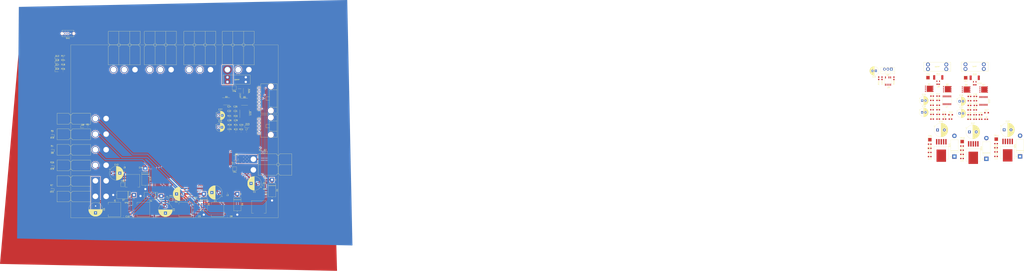
<source format=kicad_pcb>
(kicad_pcb (version 20171130) (host pcbnew "(5.1.4)-1")
  (layers (0 F.Cu signal) (31 B.Cu signal) (34 B.Paste user hide) (35 F.Paste user hide) (36 B.SilkS user) (37 F.SilkS user) (38 B.Mask user) (39 F.Mask user) (44 Edge.Cuts user))
  (net 0 "")
  (net 1 AGNDPGND)
  (net 2 "/High Current Outputs/5V")
  (net 3 "/High Current Outputs/PackVoltage")
  (net 4 "Net-(C3-Pad1)")
  (net 5 "Net-(C4-Pad1)")
  (net 6 "Net-(C5-Pad1)")
  (net 7 "Net-(C6-Pad1)")
  (net 8 "Net-(C10-Pad1)")
  (net 9 VOUTVCCX)
  (net 10 "/High Current Outputs/Multimedia/Extra/12V10AMultimedia")
  (net 11 "Net-(C43-Pad1)")
  (net 12 "/High Current Outputs/Multimedia/Extra/12V3AMultimediaExtraLogic")
  (net 13 "/High Current Outputs/Multimedia/Extra/PackVoltage")
  (net 14 "/High Current Outputs/Gimbal/12V3AGimbalLogic")
  (net 15 "/High Current Outputs/AuxMount/12V3AAuxMountLogic")
  (net 16 "/High Current Outputs/AuxMount/PackVoltage")
  (net 17 "/High Current Outputs/GimbalSense")
  (net 18 "/Low Current Outputs/CurrentSense")
  (net 19 "/Tiva In/Outputs/MulitmediaSense")
  (net 20 "/High Current Outputs/AuxMountSense")
  (net 21 "/Tiva In/Outputs/DriveSense")
  (net 22 "/Low Current Outputs/DriveCTL")
  (net 23 "/High Current Outputs/AuxCTL")
  (net 24 "/High Current Outputs/MultimediaCTL")
  (net 25 "/Tiva In/Outputs/CameraCTL")
  (net 26 "/Tiva In/Outputs/NavBoardCTL")
  (net 27 "/High Current Outputs/GimbalCTL")
  (net 28 "/Tiva In/Outputs/ExtraCTL")
  (net 29 "/High Current Outputs/Gimbal/12V5AGimbal")
  (net 30 "/High Current Outputs/AuxMount/12V10AAuxMount")
  (net 31 "/High Current Outputs/Multimedia/Extra/12V10AExtra")
  (net 32 "Net-(D1-Pad1)")
  (net 33 "Net-(D4-Pad1)")
  (net 34 "Net-(D5-Pad1)")
  (net 35 "Net-(D6-Pad1)")
  (net 36 "Net-(D7-Pad1)")
  (net 37 "Net-(D8-Pad2)")
  (net 38 "Net-(D9-Pad2)")
  (net 39 "Net-(D10-Pad2)")
  (net 40 "Net-(D11-Pad2)")
  (net 41 VCC)
  (net 42 HB)
  (net 43 "Net-(D19-Pad1)")
  (net 44 "Net-(D20-Pad2)")
  (net 45 "Net-(D21-Pad1)")
  (net 46 "Net-(D23-Pad1)")
  (net 47 "Net-(D25-Pad1)")
  (net 48 "Net-(F1-Pad2)")
  (net 49 "Net-(F2-Pad2)")
  (net 50 "Net-(F3-Pad2)")
  (net 51 SW)
  (net 52 HO)
  (net 53 CS)
  (net 54 LO)
  (net 55 "Net-(Q3-Pad1)")
  (net 56 "/High Current Outputs/MultimediaSense")
  (net 57 "Net-(C16-Pad1)")
  (net 58 COMPFB)
  (net 59 "Net-(C20-Pad1)")
  (net 60 "Net-(C19-Pad1)")
  (net 61 "Net-(U7-Pad3)")
  (net 62 "Net-(R10-Pad1)")
  (net 63 "Net-(SW1-Pad2)")
  (net 64 "Net-(R15-Pad2)")
  (net 65 "Net-(C21-Pad1)")
  (net 66 "Net-(C28-Pad1)")
  (net 67 "Net-(C32-Pad1)")
  (net 68 "Net-(C31-Pad1)")
  (net 69 "Net-(U10-Pad3)")
  (net 70 "Net-(R20-Pad2)")
  (net 71 "Net-(C38-Pad1)")
  (net 72 "Net-(C42-Pad1)")
  (net 73 "Net-(C41-Pad1)")
  (net 74 "Net-(U12-Pad3)")
  (net 75 "Net-(R28-Pad2)")
  (net 76 "Net-(D2-Pad2)")
  (net 77 "Net-(D3-Pad2)")
  (net 78 "Net-(D13-Pad2)")
  (net 79 "Net-(D14-Pad2)")
  (net 80 "Net-(D16-Pad2)")
  (net 81 "Net-(D18-Pad2)")
  (net 82 "Net-(D22-Pad2)")
  (net 83 "Net-(D24-Pad2)")
  (net 84 "Net-(D26-Pad2)")
  (net 85 "Net-(C17-Pad2)")
  (net 86 "Net-(C29-Pad2)")
  (net 87 "Net-(C39-Pad2)")
  (net 88 "Net-(Q3-Pad2)")
  (module MRDT_Connectors:Anderson_2_Horizontal_Side_by_Side (layer F.Cu) (at 210.4644 114.681 180)
    (fp_text reference Conn3 hide)
    (fp_text value PackVoltage)
    (pad 1 thru_hole circle (at 0.0254 0 180) (size 5.08 5.08) (drill 4.06) (layers *.Cu *.Mask F.Paste) (net 1 AGNDPGND))
    (pad 2 thru_hole circle (at 0.0254 7.874 180) (size 5.08 5.08) (drill 4.06) (layers *.Cu *.Mask F.Paste) (net 3 "/High Current Outputs/PackVoltage"))
  )
  (module MRDT_Devices:LM2576 (layer F.Cu) (at 110.082 143.764 90)
    (fp_text reference U6 (at -3.048 2.032 90) (layer F.SilkS) (effects (font (size 1.001433 1.001433) (thickness 0.015))))
    (fp_text value LM2576S-12/NOPB)
    (pad 1 smd rect (at -3.4 6.33 90) (size 1 4) (layers F.Cu F.Paste F.Mask) (net 8 "Net-(C10-Pad1)"))
    (pad 2 smd rect (at -1.7 6.33 90) (size 1 4) (layers F.Cu F.Paste F.Mask) (net 36 "Net-(D7-Pad1)"))
    (pad 3 smd rect (at 0 6.33 90) (size 1 4) (layers F.Cu F.Paste F.Mask) (net 1 AGNDPGND))
    (pad 4 smd rect (at 1.7 6.33 90) (size 1 4) (layers F.Cu F.Paste F.Mask) (net 7 "Net-(C6-Pad1)"))
    (pad 5 smd rect (at 3.4 6.33 90) (size 1 4) (layers F.Cu F.Paste F.Mask) (net 28 "/Tiva In/Outputs/ExtraCTL"))
    (pad 6 smd rect (at 0 -3.91 90) (size 7 9) (layers F.Cu F.Paste F.Mask) (net 1 AGNDPGND))
  )
  (module Package_TO_SOT_THT:TO-220-3_Vertical (layer F.Cu) (at 679.196 40.64 180)
    (fp_text reference Q3 (at 2.54 -4.27) (layer F.SilkS))
    (fp_text value IRFZ34)
    (pad 3 thru_hole oval (at 5.08 0 180) (size 1.905 2) (drill 1.1) (layers *.Cu *.Mask) (net 31 "/High Current Outputs/Multimedia/Extra/12V10AExtra"))
    (pad 2 thru_hole oval (at 2.54 0 180) (size 1.905 2) (drill 1.1) (layers *.Cu *.Mask) (net 88 "Net-(Q3-Pad2)"))
    (pad 1 thru_hole rect (at 0 0 180) (size 1.905 2) (drill 1.1) (layers *.Cu *.Mask) (net 55 "Net-(Q3-Pad1)"))
  )
  (module Diode_THT:D_DO-201AD_P15.24mm_Horizontal (layer F.Cu) (at 773.811 104.775 90)
    (fp_text reference D25 (at 7.62 -3.72 90) (layer F.SilkS))
    (fp_text value D_Schottky)
    (fp_text user K (at 0 -2.6 90) (layer F.SilkS))
    (pad 2 thru_hole oval (at 15.24 0 90) (size 3.2 3.2) (drill 1.6) (layers *.Cu *.Mask) (net 1 AGNDPGND))
    (pad 1 thru_hole rect (at 0 0 90) (size 3.2 3.2) (drill 1.6) (layers *.Cu *.Mask) (net 47 "Net-(D25-Pad1)"))
  )
  (module Diode_THT:D_DO-201AD_P15.24mm_Horizontal (layer F.Cu) (at 749.046 106.553 90)
    (fp_text reference D23 (at 7.62 -3.72 90) (layer F.SilkS))
    (fp_text value D_Schottky)
    (fp_text user K (at 0 -2.6 90) (layer F.SilkS))
    (pad 2 thru_hole oval (at 15.24 0 90) (size 3.2 3.2) (drill 1.6) (layers *.Cu *.Mask) (net 1 AGNDPGND))
    (pad 1 thru_hole rect (at 0 0 90) (size 3.2 3.2) (drill 1.6) (layers *.Cu *.Mask) (net 46 "Net-(D23-Pad1)"))
  )
  (module Diode_THT:D_DO-201AD_P15.24mm_Horizontal (layer F.Cu) (at 725.551 104.902 90)
    (fp_text reference D21 (at 8.382 -3.556 90) (layer F.SilkS))
    (fp_text value D_Schottky)
    (fp_text user K (at 0 -2.6 90) (layer F.SilkS))
    (pad 2 thru_hole oval (at 15.24 0 90) (size 3.2 3.2) (drill 1.6) (layers *.Cu *.Mask) (net 1 AGNDPGND))
    (pad 1 thru_hole rect (at 0 0 90) (size 3.2 3.2) (drill 1.6) (layers *.Cu *.Mask) (net 45 "Net-(D21-Pad1)"))
  )
  (module Diode_THT:D_DO-201AD_P15.24mm_Horizontal (layer F.Cu) (at 131.064 113.538 270)
    (fp_text reference D19 (at 7.62 -3.72 90) (layer F.SilkS))
    (fp_text value D_Schottky)
    (fp_text user K (at 0 -2.6 90) (layer F.SilkS))
    (pad 2 thru_hole oval (at 15.24 0 270) (size 3.2 3.2) (drill 1.6) (layers *.Cu *.Mask) (net 1 AGNDPGND))
    (pad 1 thru_hole rect (at 0 0 270) (size 3.2 3.2) (drill 1.6) (layers *.Cu *.Mask) (net 43 "Net-(D19-Pad1)"))
  )
  (module Diode_THT:D_DO-201AD_P15.24mm_Horizontal (layer F.Cu) (at 122.682 133.096 180)
    (fp_text reference D7 (at 7.62 -3.72) (layer F.SilkS))
    (fp_text value D_Schottky)
    (fp_text user K (at 0 -2.6) (layer F.SilkS))
    (pad 2 thru_hole oval (at 15.24 0 180) (size 3.2 3.2) (drill 1.6) (layers *.Cu *.Mask) (net 1 AGNDPGND))
    (pad 1 thru_hole rect (at 0 0 180) (size 3.2 3.2) (drill 1.6) (layers *.Cu *.Mask) (net 36 "Net-(D7-Pad1)"))
  )
  (module Diode_THT:D_DO-201AD_P15.24mm_Horizontal (layer F.Cu) (at 173.99 132.334 270)
    (fp_text reference D6 (at 7.62 -3.72 90) (layer F.SilkS))
    (fp_text value D_Schottky)
    (fp_text user K (at 0 -2.6 90) (layer F.SilkS))
    (pad 2 thru_hole oval (at 15.24 0 270) (size 3.2 3.2) (drill 1.6) (layers *.Cu *.Mask) (net 1 AGNDPGND))
    (pad 1 thru_hole rect (at 0 0 270) (size 3.2 3.2) (drill 1.6) (layers *.Cu *.Mask) (net 35 "Net-(D6-Pad1)"))
  )
  (module Diode_THT:D_DO-201AD_P15.24mm_Horizontal (layer F.Cu) (at 198.628 132.334 270)
    (fp_text reference D5 (at 7.62 -3.72 90) (layer F.SilkS))
    (fp_text value D_Schottky)
    (fp_text user K (at 0 -2.6 90) (layer F.SilkS))
    (pad 2 thru_hole oval (at 15.24 0 270) (size 3.2 3.2) (drill 1.6) (layers *.Cu *.Mask) (net 1 AGNDPGND))
    (pad 1 thru_hole rect (at 0 0 270) (size 3.2 3.2) (drill 1.6) (layers *.Cu *.Mask) (net 34 "Net-(D5-Pad1)"))
  )
  (module Diode_THT:D_DO-201AD_P15.24mm_Horizontal (layer F.Cu) (at 142.748 133.858 180)
    (fp_text reference D4 (at 7.62 -3.72) (layer F.SilkS))
    (fp_text value D_Schottky)
    (fp_text user K (at 0 -2.6) (layer F.SilkS))
    (pad 2 thru_hole oval (at 15.24 0 180) (size 3.2 3.2) (drill 1.6) (layers *.Cu *.Mask) (net 1 AGNDPGND))
    (pad 1 thru_hole rect (at 0 0 180) (size 3.2 3.2) (drill 1.6) (layers *.Cu *.Mask) (net 33 "Net-(D4-Pad1)"))
  )
  (module Diode_THT:D_DO-201AD_P15.24mm_Horizontal (layer F.Cu) (at 224.155 121.92 270)
    (fp_text reference D1 (at 7.62 -3.72 90) (layer F.SilkS))
    (fp_text value D_Schottky)
    (fp_text user K (at 0 -2.6 90) (layer F.SilkS))
    (pad 2 thru_hole oval (at 15.24 0 270) (size 3.2 3.2) (drill 1.6) (layers *.Cu *.Mask) (net 1 AGNDPGND))
    (pad 1 thru_hole rect (at 0 0 270) (size 3.2 3.2) (drill 1.6) (layers *.Cu *.Mask) (net 32 "Net-(D1-Pad1)"))
  )
  (module MRDT_12VoltBoard:Switch_OS102011MA1QN1 (layer F.Cu) (at 74.93 19.812)
    (fp_text reference SW1 (at -0.762 -1.905) (layer F.SilkS))
    (fp_text value SW_SPDT)
    (pad 5 thru_hole circle (at 3.556 -5.334) (size 1.524 1.524) (drill 1.5) (layers *.Cu *.Mask))
    (pad 4 thru_hole circle (at -5.08 -5.334) (size 1.524 1.524) (drill 1.5) (layers *.Cu *.Mask))
    (pad 3 thru_hole circle (at 1.27 -5.334) (size 1.524 1.524) (drill 0.8) (layers *.Cu *.Mask) (net 1 AGNDPGND))
    (pad 2 thru_hole circle (at -0.762 -5.334) (size 1.524 1.524) (drill 0.8) (layers *.Cu *.Mask) (net 63 "Net-(SW1-Pad2)"))
    (pad 1 thru_hole circle (at -2.794 -5.334) (size 1.524 1.524) (drill 0.8) (layers *.Cu *.Mask) (net 2 "/High Current Outputs/5V"))
  )
  (module Resistor_SMD:R_0603_1608Metric_Pad1.05x0.95mm_HandSolder (layer F.Cu) (at 731.153 97.155 180)
    (fp_text reference R37 (at -0.113 -1.524) (layer F.SilkS))
    (fp_text value 1.2k)
    (pad 2 smd roundrect (at 0.875 0 180) (size 1.05 0.95) (layers F.Cu F.Paste F.Mask) (net 83 "Net-(D24-Pad2)"))
    (pad 1 smd roundrect (at -0.875 0 180) (size 1.05 0.95) (layers F.Cu F.Paste F.Mask) (net 14 "/High Current Outputs/Gimbal/12V3AGimbalLogic"))
  )
  (module Resistor_SMD:R_0603_1608Metric_Pad1.05x0.95mm_HandSolder (layer F.Cu) (at 707.404 95.758 180)
    (fp_text reference R36 (at -0.113 -1.524) (layer F.SilkS))
    (fp_text value 1.2k)
    (pad 2 smd roundrect (at 0.875 0 180) (size 1.05 0.95) (layers F.Cu F.Paste F.Mask) (net 82 "Net-(D22-Pad2)"))
    (pad 1 smd roundrect (at -0.875 0 180) (size 1.05 0.95) (layers F.Cu F.Paste F.Mask) (net 12 "/High Current Outputs/Multimedia/Extra/12V3AMultimediaExtraLogic"))
  )
  (module Resistor_SMD:R_0603_1608Metric_Pad1.05x0.95mm_HandSolder (layer F.Cu) (at 70.626 35.433 180)
    (fp_text reference R34 (at 0.014 1.397) (layer F.SilkS))
    (fp_text value 1.2k)
    (pad 2 smd roundrect (at 0.875 0 180) (size 1.05 0.95) (layers F.Cu F.Paste F.Mask) (net 81 "Net-(D18-Pad2)"))
    (pad 1 smd roundrect (at -0.875 0 180) (size 1.05 0.95) (layers F.Cu F.Paste F.Mask) (net 29 "/High Current Outputs/Gimbal/12V5AGimbal"))
  )
  (module Resistor_SMD:R_0603_1608Metric_Pad1.05x0.95mm_HandSolder (layer F.Cu) (at 740.805 70.612)
    (fp_text reference R32 (at 0 -1.43) (layer F.SilkS))
    (fp_text value 261K)
    (pad 2 smd roundrect (at 0.875 0) (size 1.05 0.95) (layers F.Cu F.Paste F.Mask) (net 58 COMPFB))
    (pad 1 smd roundrect (at -0.875 0) (size 1.05 0.95) (layers F.Cu F.Paste F.Mask) (net 87 "Net-(C39-Pad2)"))
  )
  (module Resistor_SMD:R_0603_1608Metric_Pad1.05x0.95mm_HandSolder (layer F.Cu) (at 740.805 77.47)
    (fp_text reference R31 (at 0 -1.43) (layer F.SilkS))
    (fp_text value 9.76k)
    (pad 2 smd roundrect (at 0.875 0) (size 1.05 0.95) (layers F.Cu F.Paste F.Mask) (net 1 AGNDPGND))
    (pad 1 smd roundrect (at -0.875 0) (size 1.05 0.95) (layers F.Cu F.Paste F.Mask) (net 58 COMPFB))
  )
  (module Resistor_SMD:R_0603_1608Metric_Pad1.05x0.95mm_HandSolder (layer F.Cu) (at 744.742 77.47)
    (fp_text reference R30 (at 0 -1.43) (layer F.SilkS))
    (fp_text value 86.6K)
    (pad 2 smd roundrect (at 0.875 0) (size 1.05 0.95) (layers F.Cu F.Paste F.Mask) (net 58 COMPFB))
    (pad 1 smd roundrect (at -0.875 0) (size 1.05 0.95) (layers F.Cu F.Paste F.Mask) (net 9 VOUTVCCX))
  )
  (module Resistor_SMD:R_0603_1608Metric_Pad1.05x0.95mm_HandSolder (layer F.Cu) (at 736.459 77.47 180)
    (fp_text reference R29 (at 0 1.524) (layer F.SilkS))
    (fp_text value 2.26K)
    (pad 2 smd roundrect (at 0.875 0 180) (size 1.05 0.95) (layers F.Cu F.Paste F.Mask) (net 1 AGNDPGND))
    (pad 1 smd roundrect (at -0.875 0 180) (size 1.05 0.95) (layers F.Cu F.Paste F.Mask) (net 75 "Net-(R28-Pad2)"))
  )
  (module Resistor_SMD:R_0603_1608Metric_Pad1.05x0.95mm_HandSolder (layer F.Cu) (at 736.487 74.168)
    (fp_text reference R28 (at 0 -1.43) (layer F.SilkS))
    (fp_text value 36.5K)
    (pad 2 smd roundrect (at 0.875 0) (size 1.05 0.95) (layers F.Cu F.Paste F.Mask) (net 75 "Net-(R28-Pad2)"))
    (pad 1 smd roundrect (at -0.875 0) (size 1.05 0.95) (layers F.Cu F.Paste F.Mask) (net 3 "/High Current Outputs/PackVoltage"))
  )
  (module Resistor_SMD:R_0603_1608Metric_Pad1.05x0.95mm_HandSolder (layer F.Cu) (at 740.805 74.168)
    (fp_text reference R27 (at 0 -1.43) (layer F.SilkS))
    (fp_text value 5m)
    (pad 2 smd roundrect (at 0.875 0) (size 1.05 0.95) (layers F.Cu F.Paste F.Mask) (net 1 AGNDPGND))
    (pad 1 smd roundrect (at -0.875 0) (size 1.05 0.95) (layers F.Cu F.Paste F.Mask) (net 53 CS))
  )
  (module Resistor_SMD:R_0603_1608Metric_Pad1.05x0.95mm_HandSolder (layer F.Cu) (at 70.626 41.91 180)
    (fp_text reference R26 (at 0.014 1.397) (layer F.SilkS))
    (fp_text value 1.2k)
    (pad 2 smd roundrect (at 0.875 0 180) (size 1.05 0.95) (layers F.Cu F.Paste F.Mask) (net 80 "Net-(D16-Pad2)"))
    (pad 1 smd roundrect (at -0.875 0 180) (size 1.05 0.95) (layers F.Cu F.Paste F.Mask) (net 30 "/High Current Outputs/AuxMount/12V10AAuxMount"))
  )
  (module Resistor_SMD:R_0603_1608Metric_Pad1.05x0.95mm_HandSolder (layer F.Cu) (at 197.499 83.058)
    (fp_text reference R24 (at 0 -1.43) (layer F.SilkS))
    (fp_text value 261K)
    (pad 2 smd roundrect (at 0.875 0) (size 1.05 0.95) (layers F.Cu F.Paste F.Mask) (net 58 COMPFB))
    (pad 1 smd roundrect (at -0.875 0) (size 1.05 0.95) (layers F.Cu F.Paste F.Mask) (net 86 "Net-(C29-Pad2)"))
  )
  (module Resistor_SMD:R_0603_1608Metric_Pad1.05x0.95mm_HandSolder (layer F.Cu) (at 201.436 86.36)
    (fp_text reference R23 (at 0 -1.43) (layer F.SilkS))
    (fp_text value 9.76K)
    (pad 2 smd roundrect (at 0.875 0) (size 1.05 0.95) (layers F.Cu F.Paste F.Mask) (net 1 AGNDPGND))
    (pad 1 smd roundrect (at -0.875 0) (size 1.05 0.95) (layers F.Cu F.Paste F.Mask) (net 58 COMPFB))
  )
  (module Resistor_SMD:R_0603_1608Metric_Pad1.05x0.95mm_HandSolder (layer F.Cu) (at 197.499 86.36)
    (fp_text reference R22 (at 0 -1.43) (layer F.SilkS))
    (fp_text value 86.6K)
    (pad 2 smd roundrect (at 0.875 0) (size 1.05 0.95) (layers F.Cu F.Paste F.Mask) (net 58 COMPFB))
    (pad 1 smd roundrect (at -0.875 0) (size 1.05 0.95) (layers F.Cu F.Paste F.Mask) (net 9 VOUTVCCX))
  )
  (module Resistor_SMD:R_0603_1608Metric_Pad1.05x0.95mm_HandSolder (layer F.Cu) (at 192.786 76.454)
    (fp_text reference R21 (at 0 -1.43) (layer F.SilkS))
    (fp_text value 2.26K)
    (pad 2 smd roundrect (at 0.875 0) (size 1.05 0.95) (layers F.Cu F.Paste F.Mask) (net 1 AGNDPGND))
    (pad 1 smd roundrect (at -0.875 0) (size 1.05 0.95) (layers F.Cu F.Paste F.Mask) (net 70 "Net-(R20-Pad2)"))
  )
  (module Resistor_SMD:R_0603_1608Metric_Pad1.05x0.95mm_HandSolder (layer F.Cu) (at 197.372 76.581)
    (fp_text reference R20 (at 0 -1.43) (layer F.SilkS))
    (fp_text value 36.5K)
    (pad 2 smd roundrect (at 0.875 0) (size 1.05 0.95) (layers F.Cu F.Paste F.Mask) (net 70 "Net-(R20-Pad2)"))
    (pad 1 smd roundrect (at -0.875 0) (size 1.05 0.95) (layers F.Cu F.Paste F.Mask) (net 16 "/High Current Outputs/AuxMount/PackVoltage"))
  )
  (module Resistor_SMD:R_0603_1608Metric_Pad1.05x0.95mm_HandSolder (layer F.Cu) (at 192.927 83.058)
    (fp_text reference R19 (at 0 -1.43) (layer F.SilkS))
    (fp_text value 5m)
    (pad 2 smd roundrect (at 0.875 0) (size 1.05 0.95) (layers F.Cu F.Paste F.Mask) (net 1 AGNDPGND))
    (pad 1 smd roundrect (at -0.875 0) (size 1.05 0.95) (layers F.Cu F.Paste F.Mask) (net 53 CS))
  )
  (module Resistor_SMD:R_0603_1608Metric_Pad1.05x0.95mm_HandSolder (layer F.Cu) (at 70.626 38.735 180)
    (fp_text reference R18 (at 0.014 1.397) (layer F.SilkS))
    (fp_text value 1.2k)
    (pad 2 smd roundrect (at 0.875 0 180) (size 1.05 0.95) (layers F.Cu F.Paste F.Mask) (net 79 "Net-(D14-Pad2)"))
    (pad 1 smd roundrect (at -0.875 0 180) (size 1.05 0.95) (layers F.Cu F.Paste F.Mask) (net 10 "/High Current Outputs/Multimedia/Extra/12V10AMultimedia"))
  )
  (module Resistor_SMD:R_0603_1608Metric_Pad1.05x0.95mm_HandSolder (layer F.Cu) (at 70.598 32.385 180)
    (fp_text reference R17 (at -0.014 1.397) (layer F.SilkS))
    (fp_text value 1.2k)
    (pad 2 smd roundrect (at 0.875 0 180) (size 1.05 0.95) (layers F.Cu F.Paste F.Mask) (net 78 "Net-(D13-Pad2)"))
    (pad 1 smd roundrect (at -0.875 0 180) (size 1.05 0.95) (layers F.Cu F.Paste F.Mask) (net 31 "/High Current Outputs/Multimedia/Extra/12V10AExtra"))
  )
  (module Resistor_SMD:R_0603_1608Metric_Pad1.05x0.95mm_HandSolder (layer F.Cu) (at 681.101 47.385 270)
    (fp_text reference R16 (at 3.189 0 90) (layer F.SilkS))
    (fp_text value 0.01)
    (pad 2 smd roundrect (at 0.875 0 270) (size 1.05 0.95) (layers F.Cu F.Paste F.Mask) (net 10 "/High Current Outputs/Multimedia/Extra/12V10AMultimedia"))
    (pad 1 smd roundrect (at -0.875 0 270) (size 1.05 0.95) (layers F.Cu F.Paste F.Mask) (net 88 "Net-(Q3-Pad2)"))
  )
  (module Resistor_SMD:R_0603_1608Metric_Pad1.05x0.95mm_HandSolder (layer F.Cu) (at 669.925 47.357 90)
    (fp_text reference R15 (at -3.443 0 90) (layer F.SilkS))
    (fp_text value 5.1K)
    (pad 2 smd roundrect (at 0.875 0 90) (size 1.05 0.95) (layers F.Cu F.Paste F.Mask) (net 64 "Net-(R15-Pad2)"))
    (pad 1 smd roundrect (at -0.875 0 90) (size 1.05 0.95) (layers F.Cu F.Paste F.Mask) (net 2 "/High Current Outputs/5V"))
  )
  (module Resistor_SMD:R_0603_1608Metric_Pad1.05x0.95mm_HandSolder (layer F.Cu) (at 713.627 70.485 180)
    (fp_text reference R13 (at 0.113 1.397) (layer F.SilkS))
    (fp_text value 261K)
    (pad 2 smd roundrect (at 0.875 0 180) (size 1.05 0.95) (layers F.Cu F.Paste F.Mask) (net 58 COMPFB))
    (pad 1 smd roundrect (at -0.875 0 180) (size 1.05 0.95) (layers F.Cu F.Paste F.Mask) (net 85 "Net-(C17-Pad2)"))
  )
  (module Resistor_SMD:R_0603_1608Metric_Pad1.05x0.95mm_HandSolder (layer F.Cu) (at 713.627 77.343)
    (fp_text reference R12 (at 0 -1.43) (layer F.SilkS))
    (fp_text value 9.76)
    (pad 2 smd roundrect (at 0.875 0) (size 1.05 0.95) (layers F.Cu F.Paste F.Mask) (net 1 AGNDPGND))
    (pad 1 smd roundrect (at -0.875 0) (size 1.05 0.95) (layers F.Cu F.Paste F.Mask) (net 58 COMPFB))
  )
  (module Resistor_SMD:R_0603_1608Metric_Pad1.05x0.95mm_HandSolder (layer F.Cu) (at 709.182 77.343)
    (fp_text reference R11 (at 0 -1.43) (layer F.SilkS))
    (fp_text value 86.6K)
    (pad 2 smd roundrect (at 0.875 0) (size 1.05 0.95) (layers F.Cu F.Paste F.Mask) (net 58 COMPFB))
    (pad 1 smd roundrect (at -0.875 0) (size 1.05 0.95) (layers F.Cu F.Paste F.Mask) (net 9 VOUTVCCX))
  )
  (module Resistor_SMD:R_0603_1608Metric_Pad1.05x0.95mm_HandSolder (layer F.Cu) (at 709.182 73.914)
    (fp_text reference R10 (at 0 -1.43) (layer F.SilkS))
    (fp_text value 2.26K)
    (pad 2 smd roundrect (at 0.875 0) (size 1.05 0.95) (layers F.Cu F.Paste F.Mask) (net 1 AGNDPGND))
    (pad 1 smd roundrect (at -0.875 0) (size 1.05 0.95) (layers F.Cu F.Paste F.Mask) (net 62 "Net-(R10-Pad1)"))
  )
  (module Resistor_SMD:R_0603_1608Metric_Pad1.05x0.95mm_HandSolder (layer F.Cu) (at 713.627 73.914)
    (fp_text reference R9 (at 0 -1.43) (layer F.SilkS))
    (fp_text value 36.5K)
    (pad 2 smd roundrect (at 0.875 0) (size 1.05 0.95) (layers F.Cu F.Paste F.Mask) (net 62 "Net-(R10-Pad1)"))
    (pad 1 smd roundrect (at -0.875 0) (size 1.05 0.95) (layers F.Cu F.Paste F.Mask) (net 13 "/High Current Outputs/Multimedia/Extra/PackVoltage"))
  )
  (module Resistor_SMD:R_0603_1608Metric_Pad1.05x0.95mm_HandSolder (layer F.Cu) (at 718.199 77.343)
    (fp_text reference R8 (at 0 -1.43) (layer F.SilkS))
    (fp_text value 5m)
    (pad 2 smd roundrect (at 0.875 0) (size 1.05 0.95) (layers F.Cu F.Paste F.Mask) (net 1 AGNDPGND))
    (pad 1 smd roundrect (at -0.875 0) (size 1.05 0.95) (layers F.Cu F.Paste F.Mask) (net 53 CS))
  )
  (module Capacitor_SMD:C_0603_1608Metric_Pad1.05x0.95mm_HandSolder (layer F.Cu) (at 740.904 63.881)
    (fp_text reference C42 (at 0 -1.43) (layer F.SilkS))
    (fp_text value 33nF)
    (pad 1 smd roundrect (at -0.875 0) (size 1.05 0.95) (layers F.Cu F.Paste F.Mask) (net 72 "Net-(C42-Pad1)"))
    (pad 2 smd roundrect (at 0.875 0) (size 1.05 0.95) (layers F.Cu F.Paste F.Mask) (net 1 AGNDPGND))
  )
  (module Capacitor_SMD:C_0603_1608Metric_Pad1.05x0.95mm_HandSolder (layer F.Cu) (at 736.614 63.881)
    (fp_text reference C41 (at 0 -1.43) (layer F.SilkS))
    (fp_text value 470pF)
    (pad 2 smd roundrect (at 0.875 0) (size 1.05 0.95) (layers F.Cu F.Paste F.Mask) (net 1 AGNDPGND))
    (pad 1 smd roundrect (at -0.875 0) (size 1.05 0.95) (layers F.Cu F.Paste F.Mask) (net 73 "Net-(C41-Pad1)"))
  )
  (module Capacitor_SMD:C_0603_1608Metric_Pad1.05x0.95mm_HandSolder (layer F.Cu) (at 741.059 67.31)
    (fp_text reference C39 (at 0 -1.43) (layer F.SilkS))
    (fp_text value 120pF)
    (pad 2 smd roundrect (at 0.875 0) (size 1.05 0.95) (layers F.Cu F.Paste F.Mask) (net 87 "Net-(C39-Pad2)"))
    (pad 1 smd roundrect (at -0.875 0) (size 1.05 0.95) (layers F.Cu F.Paste F.Mask) (net 71 "Net-(C38-Pad1)"))
  )
  (module Capacitor_SMD:C_0603_1608Metric_Pad1.05x0.95mm_HandSolder (layer F.Cu) (at 736.614 67.31)
    (fp_text reference C38 (at 0 -1.43) (layer F.SilkS))
    (fp_text value 10pF)
    (pad 2 smd roundrect (at 0.875 0) (size 1.05 0.95) (layers F.Cu F.Paste F.Mask) (net 58 COMPFB))
    (pad 1 smd roundrect (at -0.875 0) (size 1.05 0.95) (layers F.Cu F.Paste F.Mask) (net 71 "Net-(C38-Pad1)"))
  )
  (module Capacitor_SMD:C_0603_1608Metric_Pad1.05x0.95mm_HandSolder (layer F.Cu) (at 740.904 60.706)
    (fp_text reference C36 (at 0 -1.43) (layer F.SilkS))
    (fp_text value 100nF)
    (pad 2 smd roundrect (at 0.875 0) (size 1.05 0.95) (layers F.Cu F.Paste F.Mask) (net 1 AGNDPGND))
    (pad 1 smd roundrect (at -0.875 0) (size 1.05 0.95) (layers F.Cu F.Paste F.Mask) (net 3 "/High Current Outputs/PackVoltage"))
  )
  (module Capacitor_SMD:C_0603_1608Metric_Pad1.05x0.95mm_HandSolder (layer F.Cu) (at 736.487 70.612)
    (fp_text reference C35 (at 0 -1.43) (layer F.SilkS))
    (fp_text value 1uF)
    (pad 2 smd roundrect (at 0.875 0) (size 1.05 0.95) (layers F.Cu F.Paste F.Mask) (net 1 AGNDPGND))
    (pad 1 smd roundrect (at -0.875 0) (size 1.05 0.95) (layers F.Cu F.Paste F.Mask) (net 41 VCC))
  )
  (module Capacitor_SMD:C_0603_1608Metric_Pad1.05x0.95mm_HandSolder (layer F.Cu) (at 736.614 60.706)
    (fp_text reference C34 (at 0 -1.43) (layer F.SilkS))
    (fp_text value 2.2uF)
    (pad 2 smd roundrect (at 0.875 0) (size 1.05 0.95) (layers F.Cu F.Paste F.Mask) (net 1 AGNDPGND))
    (pad 1 smd roundrect (at -0.875 0) (size 1.05 0.95) (layers F.Cu F.Paste F.Mask) (net 3 "/High Current Outputs/PackVoltage"))
  )
  (module Capacitor_SMD:C_0603_1608Metric_Pad1.05x0.95mm_HandSolder (layer F.Cu) (at 744.742 74.168)
    (fp_text reference C33 (at 0 -1.43) (layer F.SilkS))
    (fp_text value 100nF)
    (pad 2 smd roundrect (at 0.875 0) (size 1.05 0.95) (layers F.Cu F.Paste F.Mask) (net 51 SW))
    (pad 1 smd roundrect (at -0.875 0) (size 1.05 0.95) (layers F.Cu F.Paste F.Mask) (net 42 HB))
  )
  (module Capacitor_SMD:C_0603_1608Metric_Pad1.05x0.95mm_HandSolder (layer F.Cu) (at 192.673 72.898)
    (fp_text reference C32 (at 0 -1.43) (layer F.SilkS))
    (fp_text value 33nF)
    (pad 2 smd roundrect (at 0.875 0) (size 1.05 0.95) (layers F.Cu F.Paste F.Mask) (net 1 AGNDPGND))
    (pad 1 smd roundrect (at -0.875 0) (size 1.05 0.95) (layers F.Cu F.Paste F.Mask) (net 67 "Net-(C32-Pad1)"))
  )
  (module Capacitor_SMD:C_0603_1608Metric_Pad1.05x0.95mm_HandSolder (layer F.Cu) (at 197.372 72.898)
    (fp_text reference C31 (at 0 -1.43) (layer F.SilkS))
    (fp_text value 470pF)
    (pad 2 smd roundrect (at 0.875 0) (size 1.05 0.95) (layers F.Cu F.Paste F.Mask) (net 1 AGNDPGND))
    (pad 1 smd roundrect (at -0.875 0) (size 1.05 0.95) (layers F.Cu F.Paste F.Mask) (net 68 "Net-(C31-Pad1)"))
  )
  (module Capacitor_SMD:C_0603_1608Metric_Pad1.05x0.95mm_HandSolder (layer F.Cu) (at 197.485 79.756)
    (fp_text reference C29 (at 0 -1.43) (layer F.SilkS))
    (fp_text value 120pF)
    (pad 2 smd roundrect (at 0.875 0) (size 1.05 0.95) (layers F.Cu F.Paste F.Mask) (net 86 "Net-(C29-Pad2)"))
    (pad 1 smd roundrect (at -0.875 0) (size 1.05 0.95) (layers F.Cu F.Paste F.Mask) (net 66 "Net-(C28-Pad1)"))
  )
  (module Capacitor_SMD:C_0603_1608Metric_Pad1.05x0.95mm_HandSolder (layer F.Cu) (at 192.8 79.756)
    (fp_text reference C28 (at 0 -1.43) (layer F.SilkS))
    (fp_text value 10pF)
    (pad 2 smd roundrect (at 0.875 0) (size 1.05 0.95) (layers F.Cu F.Paste F.Mask) (net 58 COMPFB))
    (pad 1 smd roundrect (at -0.875 0) (size 1.05 0.95) (layers F.Cu F.Paste F.Mask) (net 66 "Net-(C28-Pad1)"))
  )
  (module Capacitor_SMD:C_0603_1608Metric_Pad1.05x0.95mm_HandSolder (layer F.Cu) (at 197.245 69.596)
    (fp_text reference C26 (at 0 -1.43) (layer F.SilkS))
    (fp_text value 100nF)
    (pad 2 smd roundrect (at 0.875 0) (size 1.05 0.95) (layers F.Cu F.Paste F.Mask) (net 1 AGNDPGND))
    (pad 1 smd roundrect (at -0.875 0) (size 1.05 0.95) (layers F.Cu F.Paste F.Mask) (net 16 "/High Current Outputs/AuxMount/PackVoltage"))
  )
  (module Capacitor_SMD:C_0603_1608Metric_Pad1.05x0.95mm_HandSolder (layer F.Cu) (at 192.927 86.233)
    (fp_text reference C25 (at 0 -1.43) (layer F.SilkS))
    (fp_text value 1uF)
    (pad 2 smd roundrect (at 0.875 0) (size 1.05 0.95) (layers F.Cu F.Paste F.Mask) (net 1 AGNDPGND))
    (pad 1 smd roundrect (at -0.875 0) (size 1.05 0.95) (layers F.Cu F.Paste F.Mask) (net 41 VCC))
  )
  (module Capacitor_SMD:C_0603_1608Metric_Pad1.05x0.95mm_HandSolder (layer F.Cu) (at 192.673 69.596)
    (fp_text reference C24 (at 0 -1.43) (layer F.SilkS))
    (fp_text value 2.2uF)
    (pad 2 smd roundrect (at 0.875 0) (size 1.05 0.95) (layers F.Cu F.Paste F.Mask) (net 1 AGNDPGND))
    (pad 1 smd roundrect (at -0.875 0) (size 1.05 0.95) (layers F.Cu F.Paste F.Mask) (net 16 "/High Current Outputs/AuxMount/PackVoltage"))
  )
  (module Capacitor_SMD:C_0603_1608Metric_Pad1.05x0.95mm_HandSolder (layer F.Cu) (at 201.563 83.058)
    (fp_text reference C23 (at 0 -1.43) (layer F.SilkS))
    (fp_text value 100nF)
    (pad 2 smd roundrect (at 0.875 0) (size 1.05 0.95) (layers F.Cu F.Paste F.Mask) (net 51 SW))
    (pad 1 smd roundrect (at -0.875 0) (size 1.05 0.95) (layers F.Cu F.Paste F.Mask) (net 42 HB))
  )
  (module Capacitor_SMD:C_0603_1608Metric_Pad1.05x0.95mm_HandSolder (layer F.Cu) (at 672.338 47.357 270)
    (fp_text reference C21 (at 3.161 0 90) (layer F.SilkS))
    (fp_text value 0.1pF)
    (pad 2 smd roundrect (at 0.875 0 270) (size 1.05 0.95) (layers F.Cu F.Paste F.Mask) (net 1 AGNDPGND))
    (pad 1 smd roundrect (at -0.875 0 270) (size 1.05 0.95) (layers F.Cu F.Paste F.Mask) (net 65 "Net-(C21-Pad1)"))
  )
  (module Capacitor_SMD:C_0603_1608Metric_Pad1.05x0.95mm_HandSolder (layer F.Cu) (at 713.627 63.627)
    (fp_text reference C20 (at 0 -1.43) (layer F.SilkS))
    (fp_text value 33pF)
    (pad 2 smd roundrect (at 0.875 0) (size 1.05 0.95) (layers F.Cu F.Paste F.Mask) (net 1 AGNDPGND))
    (pad 1 smd roundrect (at -0.875 0) (size 1.05 0.95) (layers F.Cu F.Paste F.Mask) (net 59 "Net-(C20-Pad1)"))
  )
  (module Capacitor_SMD:C_0603_1608Metric_Pad1.05x0.95mm_HandSolder (layer F.Cu) (at 709.055 63.627 180)
    (fp_text reference C19 (at 0.113 1.397) (layer F.SilkS))
    (fp_text value 470pF)
    (pad 2 smd roundrect (at 0.875 0 180) (size 1.05 0.95) (layers F.Cu F.Paste F.Mask) (net 1 AGNDPGND))
    (pad 1 smd roundrect (at -0.875 0 180) (size 1.05 0.95) (layers F.Cu F.Paste F.Mask) (net 60 "Net-(C19-Pad1)"))
  )
  (module Capacitor_SMD:C_0603_1608Metric_Pad1.05x0.95mm_HandSolder (layer F.Cu) (at 713.627 67.183)
    (fp_text reference C17 (at 0 -1.43) (layer F.SilkS))
    (fp_text value 120pF)
    (pad 2 smd roundrect (at 0.875 0) (size 1.05 0.95) (layers F.Cu F.Paste F.Mask) (net 85 "Net-(C17-Pad2)"))
    (pad 1 smd roundrect (at -0.875 0) (size 1.05 0.95) (layers F.Cu F.Paste F.Mask) (net 57 "Net-(C16-Pad1)"))
  )
  (module Capacitor_SMD:C_0603_1608Metric_Pad1.05x0.95mm_HandSolder (layer F.Cu) (at 709.055 67.183)
    (fp_text reference C16 (at 0 -1.43) (layer F.SilkS))
    (fp_text value 10pF)
    (pad 2 smd roundrect (at 0.875 0) (size 1.05 0.95) (layers F.Cu F.Paste F.Mask) (net 58 COMPFB))
    (pad 1 smd roundrect (at -0.875 0) (size 1.05 0.95) (layers F.Cu F.Paste F.Mask) (net 57 "Net-(C16-Pad1)"))
  )
  (module Capacitor_SMD:C_0603_1608Metric_Pad1.05x0.95mm_HandSolder (layer F.Cu) (at 709.182 60.452)
    (fp_text reference C14 (at 0 -1.43) (layer F.SilkS))
    (fp_text value 100nF)
    (pad 2 smd roundrect (at 0.875 0) (size 1.05 0.95) (layers F.Cu F.Paste F.Mask) (net 1 AGNDPGND))
    (pad 1 smd roundrect (at -0.875 0) (size 1.05 0.95) (layers F.Cu F.Paste F.Mask) (net 13 "/High Current Outputs/Multimedia/Extra/PackVoltage"))
  )
  (module Capacitor_SMD:C_0603_1608Metric_Pad1.05x0.95mm_HandSolder (layer F.Cu) (at 709.055 70.485)
    (fp_text reference C13 (at 0 -1.43) (layer F.SilkS))
    (fp_text value 1uF)
    (pad 2 smd roundrect (at 0.875 0) (size 1.05 0.95) (layers F.Cu F.Paste F.Mask) (net 1 AGNDPGND))
    (pad 1 smd roundrect (at -0.875 0) (size 1.05 0.95) (layers F.Cu F.Paste F.Mask) (net 41 VCC))
  )
  (module Capacitor_SMD:C_0603_1608Metric_Pad1.05x0.95mm_HandSolder (layer F.Cu) (at 718.072 73.914)
    (fp_text reference C12 (at 0 -1.43) (layer F.SilkS))
    (fp_text value 100uF)
    (pad 2 smd roundrect (at 0.875 0) (size 1.05 0.95) (layers F.Cu F.Paste F.Mask) (net 51 SW))
    (pad 1 smd roundrect (at -0.875 0) (size 1.05 0.95) (layers F.Cu F.Paste F.Mask) (net 42 HB))
  )
  (module Capacitor_SMD:C_0603_1608Metric_Pad1.05x0.95mm_HandSolder (layer F.Cu) (at 713.627 60.452)
    (fp_text reference C11 (at 0 -1.43) (layer F.SilkS))
    (fp_text value 2.2uF)
    (pad 2 smd roundrect (at 0.875 0) (size 1.05 0.95) (layers F.Cu F.Paste F.Mask) (net 1 AGNDPGND))
    (pad 1 smd roundrect (at -0.875 0) (size 1.05 0.95) (layers F.Cu F.Paste F.Mask) (net 13 "/High Current Outputs/Multimedia/Extra/PackVoltage"))
  )
  (module Resistor_SMD:R_0603_1608Metric_Pad1.05x0.95mm_HandSolder (layer F.Cu) (at 756.172 95.377 180)
    (fp_text reference R38 (at -0.113 -1.524) (layer F.SilkS))
    (fp_text value 1.2k)
    (pad 2 smd roundrect (at 0.875 0 180) (size 1.05 0.95) (layers F.Cu F.Paste F.Mask) (net 84 "Net-(D26-Pad2)"))
    (pad 1 smd roundrect (at -0.875 0 180) (size 1.05 0.95) (layers F.Cu F.Paste F.Mask) (net 15 "/High Current Outputs/AuxMount/12V3AAuxMountLogic"))
  )
  (module Capacitor_THT:CP_Radial_D10.0mm_P5.00mm (layer F.Cu) (at 762.127 85.217)
    (fp_text reference C49 (at 2.5 -6.25) (layer F.SilkS))
    (fp_text value "1000 uF")
    (pad 2 thru_hole circle (at 5 0) (size 2 2) (drill 1) (layers *.Cu *.Mask) (net 1 AGNDPGND))
    (pad 1 thru_hole rect (at 0 0) (size 2 2) (drill 1) (layers *.Cu *.Mask) (net 15 "/High Current Outputs/AuxMount/12V3AAuxMountLogic"))
  )
  (module Capacitor_THT:CP_Radial_D10.0mm_P5.00mm (layer F.Cu) (at 736.6 86.741)
    (fp_text reference C47 (at 2.5 -6.25) (layer F.SilkS))
    (fp_text value "1000 uF")
    (pad 2 thru_hole circle (at 5 0) (size 2 2) (drill 1) (layers *.Cu *.Mask) (net 1 AGNDPGND))
    (pad 1 thru_hole rect (at 0 0) (size 2 2) (drill 1) (layers *.Cu *.Mask) (net 14 "/High Current Outputs/Gimbal/12V3AGimbalLogic"))
  )
  (module Capacitor_THT:CP_Radial_D10.0mm_P5.00mm (layer F.Cu) (at 713.185 85.344)
    (fp_text reference C45 (at 2.5 -6.25) (layer F.SilkS))
    (fp_text value "1000 uF")
    (pad 2 thru_hole circle (at 5 0) (size 2 2) (drill 1) (layers *.Cu *.Mask) (net 1 AGNDPGND))
    (pad 1 thru_hole rect (at 0 0) (size 2 2) (drill 1) (layers *.Cu *.Mask) (net 12 "/High Current Outputs/Multimedia/Extra/12V3AMultimediaExtraLogic"))
  )
  (module Capacitor_THT:CP_Radial_D10.0mm_P5.00mm (layer F.Cu) (at 107.268 117.094)
    (fp_text reference C43 (at 2.5 -6.25) (layer F.SilkS))
    (fp_text value "1000 uF")
    (pad 2 thru_hole circle (at 5 0) (size 2 2) (drill 1) (layers *.Cu *.Mask) (net 1 AGNDPGND))
    (pad 1 thru_hole rect (at 0 0) (size 2 2) (drill 1) (layers *.Cu *.Mask) (net 11 "Net-(C43-Pad1)"))
  )
  (module Capacitor_THT:CP_Radial_D6.3mm_P2.50mm (layer F.Cu) (at 729.361 64.262)
    (fp_text reference C40 (at 1.25 -4.4) (layer F.SilkS))
    (fp_text value 100uF)
    (pad 2 thru_hole circle (at 2.5 0) (size 1.6 1.6) (drill 0.8) (layers *.Cu *.Mask) (net 1 AGNDPGND))
    (pad 1 thru_hole rect (at 0 0) (size 1.6 1.6) (drill 0.8) (layers *.Cu *.Mask) (net 9 VOUTVCCX))
  )
  (module Capacitor_THT:CP_Radial_D6.3mm_P2.50mm (layer F.Cu) (at 729.361 73.152)
    (fp_text reference C37 (at 1.25 -4.4) (layer F.SilkS))
    (fp_text value 100uF)
    (pad 2 thru_hole circle (at 2.5 0) (size 1.6 1.6) (drill 0.8) (layers *.Cu *.Mask) (net 1 AGNDPGND))
    (pad 1 thru_hole rect (at 0 0) (size 1.6 1.6) (drill 0.8) (layers *.Cu *.Mask) (net 9 VOUTVCCX))
  )
  (module Capacitor_THT:CP_Radial_D6.3mm_P2.50mm (layer F.Cu) (at 184.825 83.312)
    (fp_text reference C30 (at 1.25 -4.4) (layer F.SilkS))
    (fp_text value 100uF)
    (pad 2 thru_hole circle (at 2.5 0) (size 1.6 1.6) (drill 0.8) (layers *.Cu *.Mask) (net 1 AGNDPGND))
    (pad 1 thru_hole rect (at 0 0) (size 1.6 1.6) (drill 0.8) (layers *.Cu *.Mask) (net 9 VOUTVCCX))
  )
  (module Capacitor_THT:CP_Radial_D6.3mm_P2.50mm (layer F.Cu) (at 184.952 74.676)
    (fp_text reference C27 (at 1.25 -4.4) (layer F.SilkS))
    (fp_text value 100uF)
    (pad 2 thru_hole circle (at 2.5 0) (size 1.6 1.6) (drill 0.8) (layers *.Cu *.Mask) (net 1 AGNDPGND))
    (pad 1 thru_hole rect (at 0 0) (size 1.6 1.6) (drill 0.8) (layers *.Cu *.Mask) (net 9 VOUTVCCX))
  )
  (module Capacitor_THT:CP_Radial_D6.3mm_P2.50mm (layer F.Cu) (at 667.853 41.91 180)
    (fp_text reference C22 (at 1.25 -4.4) (layer F.SilkS))
    (fp_text value 10uF)
    (pad 2 thru_hole circle (at 2.5 0 180) (size 1.6 1.6) (drill 0.8) (layers *.Cu *.Mask) (net 1 AGNDPGND))
    (pad 1 thru_hole rect (at 0 0 180) (size 1.6 1.6) (drill 0.8) (layers *.Cu *.Mask) (net 10 "/High Current Outputs/Multimedia/Extra/12V10AMultimedia"))
  )
  (module Capacitor_THT:CP_Radial_D6.3mm_P2.50mm (layer F.Cu) (at 701.802 72.39)
    (fp_text reference C18 (at 1.25 -4.4) (layer F.SilkS))
    (fp_text value 100uF)
    (pad 2 thru_hole circle (at 2.5 0) (size 1.6 1.6) (drill 0.8) (layers *.Cu *.Mask) (net 1 AGNDPGND))
    (pad 1 thru_hole rect (at 0 0) (size 1.6 1.6) (drill 0.8) (layers *.Cu *.Mask) (net 9 VOUTVCCX))
  )
  (module Capacitor_THT:CP_Radial_D6.3mm_P2.50mm (layer F.Cu) (at 701.842 63.754)
    (fp_text reference C15 (at 1.25 -4.4) (layer F.SilkS))
    (fp_text value 100uF)
    (pad 2 thru_hole circle (at 2.5 0) (size 1.6 1.6) (drill 0.8) (layers *.Cu *.Mask) (net 1 AGNDPGND))
    (pad 1 thru_hole rect (at 0 0) (size 1.6 1.6) (drill 0.8) (layers *.Cu *.Mask) (net 9 VOUTVCCX))
  )
  (module Capacitor_THT:CP_Radial_D10.0mm_P5.00mm (layer F.Cu) (at 94.488 141.224 270)
    (fp_text reference C6 (at 2.5 -6.25 90) (layer F.SilkS))
    (fp_text value "1000 uF")
    (pad 2 thru_hole circle (at 5 0 270) (size 2 2) (drill 1) (layers *.Cu *.Mask) (net 1 AGNDPGND))
    (pad 1 thru_hole rect (at 0 0 270) (size 2 2) (drill 1) (layers *.Cu *.Mask) (net 7 "Net-(C6-Pad1)"))
  )
  (module Capacitor_THT:CP_Radial_D10.0mm_P5.00mm (layer F.Cu) (at 159.004 132.334 180)
    (fp_text reference C5 (at 5.334 -5.842) (layer F.SilkS))
    (fp_text value "1000 uF")
    (pad 2 thru_hole circle (at 5 0 180) (size 2 2) (drill 1) (layers *.Cu *.Mask) (net 1 AGNDPGND))
    (pad 1 thru_hole rect (at 0 0 180) (size 2 2) (drill 1) (layers *.Cu *.Mask) (net 6 "Net-(C5-Pad1)"))
  )
  (module Capacitor_THT:CP_Radial_D10.0mm_P5.00mm (layer F.Cu) (at 184.912 131.318 180)
    (fp_text reference C4 (at 2.5 -6.25) (layer F.SilkS))
    (fp_text value "1000 uF")
    (pad 2 thru_hole circle (at 5 0 180) (size 2 2) (drill 1) (layers *.Cu *.Mask) (net 1 AGNDPGND))
    (pad 1 thru_hole rect (at 0 0 180) (size 2 2) (drill 1) (layers *.Cu *.Mask) (net 5 "Net-(C4-Pad1)"))
  )
  (module Capacitor_THT:CP_Radial_D10.0mm_P5.00mm (layer F.Cu) (at 145.796 141.478 270)
    (fp_text reference C3 (at 2.5 -6.25 90) (layer F.SilkS))
    (fp_text value "1000 uF")
    (pad 2 thru_hole circle (at 5 0 270) (size 2 2) (drill 1) (layers *.Cu *.Mask) (net 1 AGNDPGND))
    (pad 1 thru_hole rect (at 0 0 270) (size 2 2) (drill 1) (layers *.Cu *.Mask) (net 4 "Net-(C3-Pad1)"))
  )
  (module Capacitor_THT:CP_Radial_D10.0mm_P5.00mm (layer F.Cu) (at 213.741 124.587 180)
    (fp_text reference C1 (at 2.5 -6.25) (layer F.SilkS))
    (fp_text value "1000 uF")
    (pad 2 thru_hole circle (at 5 0 180) (size 2 2) (drill 1) (layers *.Cu *.Mask) (net 1 AGNDPGND))
    (pad 1 thru_hole rect (at 0 0 180) (size 2 2) (drill 1) (layers *.Cu *.Mask) (net 2 "/High Current Outputs/5V"))
  )
  (module MRDT_Devices:LM2576 (layer F.Cu) (at 764.667 100.103 180)
    (fp_text reference U17 (at -3.048 2.032) (layer F.SilkS) (effects (font (size 1.001433 1.001433) (thickness 0.015))))
    (fp_text value LM2576S-12/NOPB)
    (pad 1 smd rect (at -3.4 6.33 180) (size 1 4) (layers F.Cu F.Paste F.Mask) (net 16 "/High Current Outputs/AuxMount/PackVoltage"))
    (pad 2 smd rect (at -1.7 6.33 180) (size 1 4) (layers F.Cu F.Paste F.Mask) (net 47 "Net-(D25-Pad1)"))
    (pad 3 smd rect (at 0 6.33 180) (size 1 4) (layers F.Cu F.Paste F.Mask) (net 1 AGNDPGND))
    (pad 4 smd rect (at 1.7 6.33 180) (size 1 4) (layers F.Cu F.Paste F.Mask) (net 15 "/High Current Outputs/AuxMount/12V3AAuxMountLogic"))
    (pad 5 smd rect (at 3.4 6.33 180) (size 1 4) (layers F.Cu F.Paste F.Mask) (net 23 "/High Current Outputs/AuxCTL"))
    (pad 6 smd rect (at 0 -3.91 180) (size 7 9) (layers F.Cu F.Paste F.Mask) (net 1 AGNDPGND))
  )
  (module MRDT_Devices:LM2576 (layer F.Cu) (at 739.394 101.881 180)
    (fp_text reference U16 (at -3.048 2.032) (layer F.SilkS) (effects (font (size 1.001433 1.001433) (thickness 0.015))))
    (fp_text value LM2576S-12/NOPB)
    (pad 1 smd rect (at -3.4 6.33 180) (size 1 4) (layers F.Cu F.Paste F.Mask) (net 3 "/High Current Outputs/PackVoltage"))
    (pad 2 smd rect (at -1.7 6.33 180) (size 1 4) (layers F.Cu F.Paste F.Mask) (net 46 "Net-(D23-Pad1)"))
    (pad 3 smd rect (at 0 6.33 180) (size 1 4) (layers F.Cu F.Paste F.Mask) (net 1 AGNDPGND))
    (pad 4 smd rect (at 1.7 6.33 180) (size 1 4) (layers F.Cu F.Paste F.Mask) (net 14 "/High Current Outputs/Gimbal/12V3AGimbalLogic"))
    (pad 5 smd rect (at 3.4 6.33 180) (size 1 4) (layers F.Cu F.Paste F.Mask) (net 27 "/High Current Outputs/GimbalCTL"))
    (pad 6 smd rect (at 0 -3.91 180) (size 7 9) (layers F.Cu F.Paste F.Mask) (net 1 AGNDPGND))
  )
  (module MRDT_Devices:LM2576 (layer F.Cu) (at 715.899 100.33 180)
    (fp_text reference U15 (at -3.048 2.032) (layer F.SilkS) (effects (font (size 1.001433 1.001433) (thickness 0.015))))
    (fp_text value LM2576S-12/NOPB)
    (pad 1 smd rect (at -3.4 6.33 180) (size 1 4) (layers F.Cu F.Paste F.Mask) (net 13 "/High Current Outputs/Multimedia/Extra/PackVoltage"))
    (pad 2 smd rect (at -1.7 6.33 180) (size 1 4) (layers F.Cu F.Paste F.Mask) (net 45 "Net-(D21-Pad1)"))
    (pad 3 smd rect (at 0 6.33 180) (size 1 4) (layers F.Cu F.Paste F.Mask) (net 1 AGNDPGND))
    (pad 4 smd rect (at 1.7 6.33 180) (size 1 4) (layers F.Cu F.Paste F.Mask) (net 12 "/High Current Outputs/Multimedia/Extra/12V3AMultimediaExtraLogic"))
    (pad 5 smd rect (at 3.4 6.33 180) (size 1 4) (layers F.Cu F.Paste F.Mask) (net 24 "/High Current Outputs/MultimediaCTL"))
    (pad 6 smd rect (at 0 -3.91 180) (size 7 9) (layers F.Cu F.Paste F.Mask) (net 1 AGNDPGND))
  )
  (module MRDT_Devices:LM2576 (layer F.Cu) (at 121.666 120.884 180)
    (fp_text reference U14 (at -3.048 2.032) (layer F.SilkS) (effects (font (size 1.001433 1.001433) (thickness 0.015))))
    (fp_text value LM2576S-12/NOPB)
    (pad 1 smd rect (at -3.4 6.33 180) (size 1 4) (layers F.Cu F.Paste F.Mask) (net 8 "Net-(C10-Pad1)"))
    (pad 2 smd rect (at -1.7 6.33 180) (size 1 4) (layers F.Cu F.Paste F.Mask) (net 43 "Net-(D19-Pad1)"))
    (pad 3 smd rect (at 0 6.33 180) (size 1 4) (layers F.Cu F.Paste F.Mask) (net 1 AGNDPGND))
    (pad 4 smd rect (at 1.7 6.33 180) (size 1 4) (layers F.Cu F.Paste F.Mask) (net 11 "Net-(C43-Pad1)"))
    (pad 5 smd rect (at 3.4 6.33 180) (size 1 4) (layers F.Cu F.Paste F.Mask) (net 22 "/Low Current Outputs/DriveCTL"))
    (pad 6 smd rect (at 0 -3.91 180) (size 7 9) (layers F.Cu F.Paste F.Mask) (net 1 AGNDPGND))
  )
  (module Package_TO_SOT_SMD:SOT-23-5 (layer F.Cu) (at 740.476 51.054 90)
    (fp_text reference U13 (at 0 3.49 180) (layer F.SilkS))
    (fp_text value INA198)
    (pad 5 smd rect (at 1.1 -0.95 90) (size 1.06 0.65) (layers F.Cu F.Paste F.Mask) (net 50 "Net-(F3-Pad2)"))
    (pad 4 smd rect (at 1.1 0.95 90) (size 1.06 0.65) (layers F.Cu F.Paste F.Mask) (net 9 VOUTVCCX))
    (pad 3 smd rect (at -1.1 0.95 90) (size 1.06 0.65) (layers F.Cu F.Paste F.Mask) (net 2 "/High Current Outputs/5V"))
    (pad 2 smd rect (at -1.1 0 90) (size 1.06 0.65) (layers F.Cu F.Paste F.Mask) (net 1 AGNDPGND))
    (pad 1 smd rect (at -1.1 -0.95 90) (size 1.06 0.65) (layers F.Cu F.Paste F.Mask) (net 17 "/High Current Outputs/GimbalSense"))
  )
  (module Package_SO:TSSOP-20_4.4x6.5mm_P0.65mm (layer F.Cu) (at 746.887 64.008 90)
    (fp_text reference U12 (at -0.254 4.318 90) (layer F.SilkS))
    (fp_text value LM5116)
    (pad 1 smd roundrect (at -2.8625 -2.925 90) (size 1.475 0.4) (layers F.Cu F.Paste F.Mask) (net 3 "/High Current Outputs/PackVoltage"))
    (pad 2 smd roundrect (at -2.8625 -2.275 90) (size 1.475 0.4) (layers F.Cu F.Paste F.Mask) (net 75 "Net-(R28-Pad2)"))
    (pad 3 smd roundrect (at -2.8625 -1.625 90) (size 1.475 0.4) (layers F.Cu F.Paste F.Mask) (net 74 "Net-(U12-Pad3)"))
    (pad 4 smd roundrect (at -2.8625 -0.975 90) (size 1.475 0.4) (layers F.Cu F.Paste F.Mask) (net 27 "/High Current Outputs/GimbalCTL"))
    (pad 5 smd roundrect (at -2.8625 -0.325 90) (size 1.475 0.4) (layers F.Cu F.Paste F.Mask) (net 73 "Net-(C41-Pad1)"))
    (pad 6 smd roundrect (at -2.8625 0.325 90) (size 1.475 0.4) (layers F.Cu F.Paste F.Mask) (net 1 AGNDPGND))
    (pad 7 smd roundrect (at -2.8625 0.975 90) (size 1.475 0.4) (layers F.Cu F.Paste F.Mask) (net 72 "Net-(C42-Pad1)"))
    (pad 8 smd roundrect (at -2.8625 1.625 90) (size 1.475 0.4) (layers F.Cu F.Paste F.Mask) (net 71 "Net-(C38-Pad1)"))
    (pad 9 smd roundrect (at -2.8625 2.275 90) (size 1.475 0.4) (layers F.Cu F.Paste F.Mask) (net 58 COMPFB))
    (pad 10 smd roundrect (at -2.8625 2.925 90) (size 1.475 0.4) (layers F.Cu F.Paste F.Mask) (net 9 VOUTVCCX))
    (pad 11 smd roundrect (at 2.8625 2.925 90) (size 1.475 0.4) (layers F.Cu F.Paste F.Mask) (net 1 AGNDPGND))
    (pad 12 smd roundrect (at 2.8625 2.275 90) (size 1.475 0.4) (layers F.Cu F.Paste F.Mask) (net 53 CS))
    (pad 13 smd roundrect (at 2.8625 1.625 90) (size 1.475 0.4) (layers F.Cu F.Paste F.Mask) (net 1 AGNDPGND))
    (pad 14 smd roundrect (at 2.8625 0.975 90) (size 1.475 0.4) (layers F.Cu F.Paste F.Mask) (net 1 AGNDPGND))
    (pad 15 smd roundrect (at 2.8625 0.325 90) (size 1.475 0.4) (layers F.Cu F.Paste F.Mask) (net 54 LO))
    (pad 16 smd roundrect (at 2.8625 -0.325 90) (size 1.475 0.4) (layers F.Cu F.Paste F.Mask) (net 41 VCC))
    (pad 17 smd roundrect (at 2.8625 -0.975 90) (size 1.475 0.4) (layers F.Cu F.Paste F.Mask) (net 9 VOUTVCCX))
    (pad 18 smd roundrect (at 2.8625 -1.625 90) (size 1.475 0.4) (layers F.Cu F.Paste F.Mask) (net 42 HB))
    (pad 19 smd roundrect (at 2.8625 -2.275 90) (size 1.475 0.4) (layers F.Cu F.Paste F.Mask) (net 52 HO))
    (pad 20 smd roundrect (at 2.8625 -2.925 90) (size 1.475 0.4) (layers F.Cu F.Paste F.Mask) (net 51 SW))
  )
  (module Package_TO_SOT_SMD:SOT-23-5 (layer F.Cu) (at 200.66 56.642)
    (fp_text reference U11 (at 0.084 3.622 270) (layer F.SilkS))
    (fp_text value INA198)
    (pad 5 smd rect (at 1.1 -0.95) (size 1.06 0.65) (layers F.Cu F.Paste F.Mask) (net 49 "Net-(F2-Pad2)"))
    (pad 4 smd rect (at 1.1 0.95) (size 1.06 0.65) (layers F.Cu F.Paste F.Mask) (net 9 VOUTVCCX))
    (pad 3 smd rect (at -1.1 0.95) (size 1.06 0.65) (layers F.Cu F.Paste F.Mask) (net 2 "/High Current Outputs/5V"))
    (pad 2 smd rect (at -1.1 0) (size 1.06 0.65) (layers F.Cu F.Paste F.Mask) (net 1 AGNDPGND))
    (pad 1 smd rect (at -1.1 -0.95) (size 1.06 0.65) (layers F.Cu F.Paste F.Mask) (net 20 "/High Current Outputs/AuxMountSense"))
  )
  (module Package_SO:TSSOP-20_4.4x6.5mm_P0.65mm (layer F.Cu) (at 203.962 72.771 90)
    (fp_text reference U10 (at -0.381 4.318 90) (layer F.SilkS))
    (fp_text value LM5116)
    (pad 20 smd roundrect (at 2.8625 -2.925 90) (size 1.475 0.4) (layers F.Cu F.Paste F.Mask) (net 51 SW))
    (pad 19 smd roundrect (at 2.8625 -2.275 90) (size 1.475 0.4) (layers F.Cu F.Paste F.Mask) (net 52 HO))
    (pad 18 smd roundrect (at 2.8625 -1.625 90) (size 1.475 0.4) (layers F.Cu F.Paste F.Mask) (net 42 HB))
    (pad 17 smd roundrect (at 2.8625 -0.975 90) (size 1.475 0.4) (layers F.Cu F.Paste F.Mask) (net 9 VOUTVCCX))
    (pad 16 smd roundrect (at 2.8625 -0.325 90) (size 1.475 0.4) (layers F.Cu F.Paste F.Mask) (net 41 VCC))
    (pad 15 smd roundrect (at 2.8625 0.325 90) (size 1.475 0.4) (layers F.Cu F.Paste F.Mask) (net 54 LO))
    (pad 14 smd roundrect (at 2.8625 0.975 90) (size 1.475 0.4) (layers F.Cu F.Paste F.Mask) (net 1 AGNDPGND))
    (pad 13 smd roundrect (at 2.8625 1.625 90) (size 1.475 0.4) (layers F.Cu F.Paste F.Mask) (net 1 AGNDPGND))
    (pad 12 smd roundrect (at 2.8625 2.275 90) (size 1.475 0.4) (layers F.Cu F.Paste F.Mask) (net 53 CS))
    (pad 11 smd roundrect (at 2.8625 2.925 90) (size 1.475 0.4) (layers F.Cu F.Paste F.Mask) (net 1 AGNDPGND))
    (pad 10 smd roundrect (at -2.8625 2.925 90) (size 1.475 0.4) (layers F.Cu F.Paste F.Mask) (net 9 VOUTVCCX))
    (pad 9 smd roundrect (at -2.8625 2.275 90) (size 1.475 0.4) (layers F.Cu F.Paste F.Mask) (net 66 "Net-(C28-Pad1)"))
    (pad 8 smd roundrect (at -2.8625 1.625 90) (size 1.475 0.4) (layers F.Cu F.Paste F.Mask) (net 58 COMPFB))
    (pad 7 smd roundrect (at -2.8625 0.975 90) (size 1.475 0.4) (layers F.Cu F.Paste F.Mask) (net 67 "Net-(C32-Pad1)"))
    (pad 6 smd roundrect (at -2.8625 0.325 90) (size 1.475 0.4) (layers F.Cu F.Paste F.Mask) (net 1 AGNDPGND))
    (pad 5 smd roundrect (at -2.8625 -0.325 90) (size 1.475 0.4) (layers F.Cu F.Paste F.Mask) (net 68 "Net-(C31-Pad1)"))
    (pad 4 smd roundrect (at -2.8625 -0.975 90) (size 1.475 0.4) (layers F.Cu F.Paste F.Mask) (net 23 "/High Current Outputs/AuxCTL"))
    (pad 3 smd roundrect (at -2.8625 -1.625 90) (size 1.475 0.4) (layers F.Cu F.Paste F.Mask) (net 69 "Net-(U10-Pad3)"))
    (pad 2 smd roundrect (at -2.8625 -2.275 90) (size 1.475 0.4) (layers F.Cu F.Paste F.Mask) (net 70 "Net-(R20-Pad2)"))
    (pad 1 smd roundrect (at -2.8625 -2.925 90) (size 1.475 0.4) (layers F.Cu F.Paste F.Mask) (net 16 "/High Current Outputs/AuxMount/PackVoltage"))
  )
  (module Package_SO:SOIC-8-N7_3.9x4.9mm_P1.27mm (layer F.Cu) (at 676.783 49.403 90)
    (fp_text reference U9 (at -4.699 0.254 180) (layer F.SilkS))
    (fp_text value LT1910)
    (pad 8 smd rect (at 2.7 -1.905 90) (size 1.55 0.6) (layers F.Cu F.Paste F.Mask) (net 10 "/High Current Outputs/Multimedia/Extra/12V10AMultimedia"))
    (pad 6 smd rect (at 2.7 0.635 90) (size 1.55 0.6) (layers F.Cu F.Paste F.Mask) (net 88 "Net-(Q3-Pad2)"))
    (pad 5 smd rect (at 2.7 1.905 90) (size 1.55 0.6) (layers F.Cu F.Paste F.Mask) (net 55 "Net-(Q3-Pad1)"))
    (pad 4 smd rect (at -2.7 1.905 90) (size 1.55 0.6) (layers F.Cu F.Paste F.Mask) (net 63 "Net-(SW1-Pad2)"))
    (pad 3 smd rect (at -2.7 0.635 90) (size 1.55 0.6) (layers F.Cu F.Paste F.Mask) (net 64 "Net-(R15-Pad2)"))
    (pad 2 smd rect (at -2.7 -0.635 90) (size 1.55 0.6) (layers F.Cu F.Paste F.Mask) (net 65 "Net-(C21-Pad1)"))
    (pad 1 smd rect (at -2.7 -1.905 90) (size 1.55 0.6) (layers F.Cu F.Paste F.Mask) (net 1 AGNDPGND))
  )
  (module Package_TO_SOT_SMD:SOT-23-5 (layer F.Cu) (at 713.613 50.63 90)
    (fp_text reference U8 (at -2.837 0.127 180) (layer F.SilkS))
    (fp_text value INA198)
    (pad 5 smd rect (at 1.1 -0.95 90) (size 1.06 0.65) (layers F.Cu F.Paste F.Mask) (net 48 "Net-(F1-Pad2)"))
    (pad 4 smd rect (at 1.1 0.95 90) (size 1.06 0.65) (layers F.Cu F.Paste F.Mask) (net 9 VOUTVCCX))
    (pad 3 smd rect (at -1.1 0.95 90) (size 1.06 0.65) (layers F.Cu F.Paste F.Mask) (net 2 "/High Current Outputs/5V"))
    (pad 2 smd rect (at -1.1 0 90) (size 1.06 0.65) (layers F.Cu F.Paste F.Mask) (net 1 AGNDPGND))
    (pad 1 smd rect (at -1.1 -0.95 90) (size 1.06 0.65) (layers F.Cu F.Paste F.Mask) (net 56 "/High Current Outputs/MultimediaSense"))
  )
  (module Package_SO:TSSOP-20_4.4x6.5mm_P0.65mm (layer F.Cu) (at 720.09 63.5 90)
    (fp_text reference U7 (at -4.826 0 180) (layer F.SilkS))
    (fp_text value LM5116)
    (pad 20 smd roundrect (at 2.8625 -2.925 90) (size 1.475 0.4) (layers F.Cu F.Paste F.Mask) (net 51 SW))
    (pad 19 smd roundrect (at 2.8625 -2.275 90) (size 1.475 0.4) (layers F.Cu F.Paste F.Mask) (net 52 HO))
    (pad 18 smd roundrect (at 2.8625 -1.625 90) (size 1.475 0.4) (layers F.Cu F.Paste F.Mask) (net 42 HB))
    (pad 17 smd roundrect (at 2.8625 -0.975 90) (size 1.475 0.4) (layers F.Cu F.Paste F.Mask) (net 9 VOUTVCCX))
    (pad 16 smd roundrect (at 2.8625 -0.325 90) (size 1.475 0.4) (layers F.Cu F.Paste F.Mask) (net 41 VCC))
    (pad 15 smd roundrect (at 2.8625 0.325 90) (size 1.475 0.4) (layers F.Cu F.Paste F.Mask) (net 54 LO))
    (pad 14 smd roundrect (at 2.8625 0.975 90) (size 1.475 0.4) (layers F.Cu F.Paste F.Mask) (net 1 AGNDPGND))
    (pad 13 smd roundrect (at 2.8625 1.625 90) (size 1.475 0.4) (layers F.Cu F.Paste F.Mask) (net 1 AGNDPGND))
    (pad 12 smd roundrect (at 2.8625 2.275 90) (size 1.475 0.4) (layers F.Cu F.Paste F.Mask) (net 53 CS))
    (pad 11 smd roundrect (at 2.8625 2.925 90) (size 1.475 0.4) (layers F.Cu F.Paste F.Mask) (net 1 AGNDPGND))
    (pad 10 smd roundrect (at -2.8625 2.925 90) (size 1.475 0.4) (layers F.Cu F.Paste F.Mask) (net 9 VOUTVCCX))
    (pad 9 smd roundrect (at -2.8625 2.275 90) (size 1.475 0.4) (layers F.Cu F.Paste F.Mask) (net 57 "Net-(C16-Pad1)"))
    (pad 8 smd roundrect (at -2.8625 1.625 90) (size 1.475 0.4) (layers F.Cu F.Paste F.Mask) (net 58 COMPFB))
    (pad 7 smd roundrect (at -2.8625 0.975 90) (size 1.475 0.4) (layers F.Cu F.Paste F.Mask) (net 59 "Net-(C20-Pad1)"))
    (pad 6 smd roundrect (at -2.8625 0.325 90) (size 1.475 0.4) (layers F.Cu F.Paste F.Mask) (net 1 AGNDPGND))
    (pad 5 smd roundrect (at -2.8625 -0.325 90) (size 1.475 0.4) (layers F.Cu F.Paste F.Mask) (net 60 "Net-(C19-Pad1)"))
    (pad 4 smd roundrect (at -2.8625 -0.975 90) (size 1.475 0.4) (layers F.Cu F.Paste F.Mask) (net 24 "/High Current Outputs/MultimediaCTL"))
    (pad 3 smd roundrect (at -2.8625 -1.625 90) (size 1.475 0.4) (layers F.Cu F.Paste F.Mask) (net 61 "Net-(U7-Pad3)"))
    (pad 2 smd roundrect (at -2.8625 -2.275 90) (size 1.475 0.4) (layers F.Cu F.Paste F.Mask) (net 62 "Net-(R10-Pad1)"))
    (pad 1 smd roundrect (at -2.8625 -2.925 90) (size 1.475 0.4) (layers F.Cu F.Paste F.Mask) (net 13 "/High Current Outputs/Multimedia/Extra/PackVoltage"))
  )
  (module MRDT_Devices:LM2576 (layer F.Cu) (at 162.152 143.764 90)
    (fp_text reference U5 (at -3.048 2.032 90) (layer F.SilkS) (effects (font (size 1.001433 1.001433) (thickness 0.015))))
    (fp_text value LM2576S-12/NOPB)
    (pad 1 smd rect (at -3.4 6.33 90) (size 1 4) (layers F.Cu F.Paste F.Mask) (net 8 "Net-(C10-Pad1)"))
    (pad 2 smd rect (at -1.7 6.33 90) (size 1 4) (layers F.Cu F.Paste F.Mask) (net 35 "Net-(D6-Pad1)"))
    (pad 3 smd rect (at 0 6.33 90) (size 1 4) (layers F.Cu F.Paste F.Mask) (net 1 AGNDPGND))
    (pad 4 smd rect (at 1.7 6.33 90) (size 1 4) (layers F.Cu F.Paste F.Mask) (net 6 "Net-(C5-Pad1)"))
    (pad 5 smd rect (at 3.4 6.33 90) (size 1 4) (layers F.Cu F.Paste F.Mask) (net 26 "/Tiva In/Outputs/NavBoardCTL"))
    (pad 6 smd rect (at 0 -3.91 90) (size 7 9) (layers F.Cu F.Paste F.Mask) (net 1 AGNDPGND))
  )
  (module MRDT_Devices:LM2576 (layer F.Cu) (at 185.928 143.764 90)
    (fp_text reference U4 (at -3.048 2.032 90) (layer F.SilkS) (effects (font (size 1.001433 1.001433) (thickness 0.015))))
    (fp_text value LM2576S-12/NOPB)
    (pad 1 smd rect (at -3.4 6.33 90) (size 1 4) (layers F.Cu F.Paste F.Mask) (net 8 "Net-(C10-Pad1)"))
    (pad 2 smd rect (at -1.7 6.33 90) (size 1 4) (layers F.Cu F.Paste F.Mask) (net 34 "Net-(D5-Pad1)"))
    (pad 3 smd rect (at 0 6.33 90) (size 1 4) (layers F.Cu F.Paste F.Mask) (net 1 AGNDPGND))
    (pad 4 smd rect (at 1.7 6.33 90) (size 1 4) (layers F.Cu F.Paste F.Mask) (net 5 "Net-(C4-Pad1)"))
    (pad 5 smd rect (at 3.4 6.33 90) (size 1 4) (layers F.Cu F.Paste F.Mask) (net 1 AGNDPGND))
    (pad 6 smd rect (at 0 -3.91 90) (size 7 9) (layers F.Cu F.Paste F.Mask) (net 1 AGNDPGND))
  )
  (module MRDT_Devices:LM2576 (layer F.Cu) (at 131.318 143.764 90)
    (fp_text reference U3 (at -3.048 2.032 90) (layer F.SilkS) (effects (font (size 1.001433 1.001433) (thickness 0.015))))
    (fp_text value LM2576S-12/NOPB)
    (pad 1 smd rect (at -3.4 6.33 90) (size 1 4) (layers F.Cu F.Paste F.Mask) (net 8 "Net-(C10-Pad1)"))
    (pad 2 smd rect (at -1.7 6.33 90) (size 1 4) (layers F.Cu F.Paste F.Mask) (net 33 "Net-(D4-Pad1)"))
    (pad 3 smd rect (at 0 6.33 90) (size 1 4) (layers F.Cu F.Paste F.Mask) (net 1 AGNDPGND))
    (pad 4 smd rect (at 1.7 6.33 90) (size 1 4) (layers F.Cu F.Paste F.Mask) (net 4 "Net-(C3-Pad1)"))
    (pad 5 smd rect (at 3.4 6.33 90) (size 1 4) (layers F.Cu F.Paste F.Mask) (net 25 "/Tiva In/Outputs/CameraCTL"))
    (pad 6 smd rect (at 0 -3.91 90) (size 7 9) (layers F.Cu F.Paste F.Mask) (net 1 AGNDPGND))
  )
  (module Package_TO_SOT_SMD:SOT-23-5 (layer F.Cu) (at 197.932 109.685 90)
    (fp_text reference U2 (at 0 -2.9 90) (layer F.SilkS))
    (fp_text value INA198)
    (pad 5 smd rect (at 1.1 -0.95 90) (size 1.06 0.65) (layers F.Cu F.Paste F.Mask) (net 8 "Net-(C10-Pad1)"))
    (pad 4 smd rect (at 1.1 0.95 90) (size 1.06 0.65) (layers F.Cu F.Paste F.Mask) (net 3 "/High Current Outputs/PackVoltage"))
    (pad 3 smd rect (at -1.1 0.95 90) (size 1.06 0.65) (layers F.Cu F.Paste F.Mask) (net 2 "/High Current Outputs/5V"))
    (pad 2 smd rect (at -1.1 0 90) (size 1.06 0.65) (layers F.Cu F.Paste F.Mask) (net 1 AGNDPGND))
    (pad 1 smd rect (at -1.1 -0.95 90) (size 1.06 0.65) (layers F.Cu F.Paste F.Mask) (net 18 "/Low Current Outputs/CurrentSense"))
  )
  (module MRDT_Devices:LM2576 (layer F.Cu) (at 214.405 140.061 180)
    (fp_text reference U1 (at -3.048 2.032) (layer F.SilkS) (effects (font (size 1.001433 1.001433) (thickness 0.015))))
    (fp_text value LM2576SX-5.0/NOPB)
    (pad 1 smd rect (at -3.4 6.33 180) (size 1 4) (layers F.Cu F.Paste F.Mask) (net 3 "/High Current Outputs/PackVoltage"))
    (pad 2 smd rect (at -1.7 6.33 180) (size 1 4) (layers F.Cu F.Paste F.Mask) (net 32 "Net-(D1-Pad1)"))
    (pad 3 smd rect (at 0 6.33 180) (size 1 4) (layers F.Cu F.Paste F.Mask) (net 1 AGNDPGND))
    (pad 4 smd rect (at 1.7 6.33 180) (size 1 4) (layers F.Cu F.Paste F.Mask) (net 2 "/High Current Outputs/5V"))
    (pad 5 smd rect (at 3.4 6.33 180) (size 1 4) (layers F.Cu F.Paste F.Mask) (net 1 AGNDPGND))
    (pad 6 smd rect (at 0 -3.91 180) (size 7 9) (layers F.Cu F.Paste F.Mask) (net 1 AGNDPGND))
  )
  (module TestPoint:TestPoint_Pad_2.5x2.5mm (layer F.Cu) (at 756.285 92.075)
    (fp_text reference TP11 (at 0 -2.54) (layer F.SilkS))
    (fp_text value TestPoint)
    (pad 1 smd rect (at 0 0) (size 2.5 2.5) (layers F.Cu F.Mask) (net 23 "/High Current Outputs/AuxCTL"))
  )
  (module TestPoint:TestPoint_Pad_2.5x2.5mm (layer F.Cu) (at 731.266 93.853)
    (fp_text reference TP10 (at 0 -2.54) (layer F.SilkS))
    (fp_text value TestPoint)
    (pad 1 smd rect (at 0 0) (size 2.5 2.5) (layers F.Cu F.Mask) (net 27 "/High Current Outputs/GimbalCTL"))
  )
  (module TestPoint:TestPoint_Pad_2.5x2.5mm (layer F.Cu) (at 707.517 92.456)
    (fp_text reference TP9 (at 0 -2.54) (layer F.SilkS))
    (fp_text value TestPoint)
    (pad 1 smd rect (at 0 0) (size 2.5 2.5) (layers F.Cu F.Mask) (net 24 "/High Current Outputs/MultimediaCTL"))
  )
  (module TestPoint:TestPoint_Pad_2.5x2.5mm (layer F.Cu) (at 114.3 125.476)
    (fp_text reference TP8 (at 0 -2.54) (layer F.SilkS))
    (fp_text value TestPoint)
    (pad 1 smd rect (at 0 0) (size 2.5 2.5) (layers F.Cu F.Mask) (net 22 "/Low Current Outputs/DriveCTL"))
  )
  (module TestPoint:TestPoint_Pad_2.5x2.5mm (layer F.Cu) (at 733.806 46.99)
    (fp_text reference TP7 (at 0 2.54) (layer F.SilkS))
    (fp_text value TestPoint)
    (pad 1 smd rect (at 0 0) (size 2.5 2.5) (layers F.Cu F.Mask) (net 17 "/High Current Outputs/GimbalSense"))
  )
  (module TestPoint:TestPoint_Pad_2.5x2.5mm (layer F.Cu) (at 196.342 54.356)
    (fp_text reference TP6 (at 0 2.54) (layer F.SilkS))
    (fp_text value TestPoint)
    (pad 1 smd rect (at 0 0) (size 2.5 2.5) (layers F.Cu F.Mask) (net 20 "/High Current Outputs/AuxMountSense"))
  )
  (module TestPoint:TestPoint_Pad_2.5x2.5mm (layer F.Cu) (at 706.12 46.863)
    (fp_text reference TP5 (at 0 -2.413) (layer F.SilkS))
    (fp_text value TestPoint)
    (pad 1 smd rect (at 0 0) (size 2.5 2.5) (layers F.Cu F.Mask) (net 56 "/High Current Outputs/MultimediaSense"))
  )
  (module TestPoint:TestPoint_Pad_2.5x2.5mm (layer F.Cu) (at 196.596 113.792)
    (fp_text reference TP4 (at 0 2.54 180) (layer F.SilkS))
    (fp_text value TestPoint)
    (pad 1 smd rect (at 0 0) (size 2.5 2.5) (layers F.Cu F.Mask) (net 18 "/Low Current Outputs/CurrentSense"))
  )
  (module TestPoint:TestPoint_Pad_2.5x2.5mm (layer F.Cu) (at 120.396 139.192 90)
    (fp_text reference TP3 (at 0.254 -3.302 180) (layer F.SilkS))
    (fp_text value TestPoint)
    (pad 1 smd rect (at 0 0 90) (size 2.5 2.5) (layers F.Cu F.Mask) (net 28 "/Tiva In/Outputs/ExtraCTL"))
  )
  (module TestPoint:TestPoint_Pad_2.5x2.5mm (layer F.Cu) (at 168.402 137.668)
    (fp_text reference TP2 (at -0.508 -2.54 180) (layer F.SilkS))
    (fp_text value TestPoint)
    (pad 1 smd rect (at 0 0) (size 2.5 2.5) (layers F.Cu F.Mask) (net 26 "/Tiva In/Outputs/NavBoardCTL"))
  )
  (module TestPoint:TestPoint_Pad_2.5x2.5mm (layer F.Cu) (at 149.86 136.398)
    (fp_text reference TP1 (at 0 -2.54) (layer F.SilkS))
    (fp_text value TestPoint)
    (pad 1 smd rect (at 0 0) (size 2.5 2.5) (layers F.Cu F.Mask) (net 25 "/Tiva In/Outputs/CameraCTL"))
  )
  (module Resistor_SMD:R_0603_1608Metric_Pad1.05x0.95mm_HandSolder (layer F.Cu) (at 62.611 110.744 180)
    (fp_text reference R35 (at 0 1.524) (layer F.SilkS))
    (fp_text value 1.2k)
    (pad 2 smd roundrect (at 0.875 0 180) (size 1.05 0.95) (layers F.Cu F.Paste F.Mask) (net 44 "Net-(D20-Pad2)"))
    (pad 1 smd roundrect (at -0.875 0 180) (size 1.05 0.95) (layers F.Cu F.Paste F.Mask) (net 11 "Net-(C43-Pad1)"))
  )
  (module Resistor_SMD:R_2512_6332Metric_Pad1.52x3.35mm_HandSolder (layer F.Cu) (at 740.4705 46.99)
    (fp_text reference R33 (at 0 -2.62) (layer F.SilkS))
    (fp_text value 50m)
    (pad 2 smd roundrect (at 2.9875 0) (size 1.525 3.35) (layers F.Cu F.Paste F.Mask) (roundrect_rratio 0.163934) (net 9 VOUTVCCX))
    (pad 1 smd roundrect (at -2.9875 0) (size 1.525 3.35) (layers F.Cu F.Paste F.Mask) (roundrect_rratio 0.163934) (net 50 "Net-(F3-Pad2)"))
  )
  (module Resistor_SMD:R_2512_6332Metric_Pad1.52x3.35mm_HandSolder (layer F.Cu) (at 204.851 56.642 270)
    (fp_text reference R25 (at 0 -2.62 90) (layer F.SilkS))
    (fp_text value 50m)
    (pad 2 smd roundrect (at 2.9875 0 270) (size 1.525 3.35) (layers F.Cu F.Paste F.Mask) (roundrect_rratio 0.163934) (net 9 VOUTVCCX))
    (pad 1 smd roundrect (at -2.9875 0 270) (size 1.525 3.35) (layers F.Cu F.Paste F.Mask) (roundrect_rratio 0.163934) (net 49 "Net-(F2-Pad2)"))
  )
  (module Resistor_SMD:R_2512_6332Metric_Pad1.52x3.35mm_HandSolder (layer F.Cu) (at 713.6735 46.736)
    (fp_text reference R14 (at 0 -2.62) (layer F.SilkS))
    (fp_text value 50m)
    (pad 2 smd roundrect (at 2.9875 0) (size 1.525 3.35) (layers F.Cu F.Paste F.Mask) (roundrect_rratio 0.163934) (net 9 VOUTVCCX))
    (pad 1 smd roundrect (at -2.9875 0) (size 1.525 3.35) (layers F.Cu F.Paste F.Mask) (roundrect_rratio 0.163934) (net 48 "Net-(F1-Pad2)"))
  )
  (module Resistor_SMD:R_0603_1608Metric_Pad1.05x0.95mm_HandSolder (layer F.Cu) (at 62.371 127.508 180)
    (fp_text reference R7 (at 0.141 1.524) (layer F.SilkS))
    (fp_text value 1.2k)
    (pad 2 smd roundrect (at 0.875 0 180) (size 1.05 0.95) (layers F.Cu F.Paste F.Mask) (net 40 "Net-(D11-Pad2)"))
    (pad 1 smd roundrect (at -0.875 0 180) (size 1.05 0.95) (layers F.Cu F.Paste F.Mask) (net 7 "Net-(C6-Pad1)"))
  )
  (module Resistor_SMD:R_0603_1608Metric_Pad1.05x0.95mm_HandSolder (layer F.Cu) (at 62.625 87.63 180)
    (fp_text reference R6 (at 0 1.524) (layer F.SilkS))
    (fp_text value 1.2k)
    (pad 2 smd roundrect (at 0.875 0 180) (size 1.05 0.95) (layers F.Cu F.Paste F.Mask) (net 39 "Net-(D10-Pad2)"))
    (pad 1 smd roundrect (at -0.875 0 180) (size 1.05 0.95) (layers F.Cu F.Paste F.Mask) (net 6 "Net-(C5-Pad1)"))
  )
  (module Resistor_SMD:R_0603_1608Metric_Pad1.05x0.95mm_HandSolder (layer F.Cu) (at 88.66 82.931 180)
    (fp_text reference R5 (at 0 1.524) (layer F.SilkS))
    (fp_text value 1.2k)
    (pad 2 smd roundrect (at 0.875 0 180) (size 1.05 0.95) (layers F.Cu F.Paste F.Mask) (net 38 "Net-(D9-Pad2)"))
    (pad 1 smd roundrect (at -0.875 0 180) (size 1.05 0.95) (layers F.Cu F.Paste F.Mask) (net 5 "Net-(C4-Pad1)"))
  )
  (module Resistor_SMD:R_0603_1608Metric_Pad1.05x0.95mm_HandSolder (layer F.Cu) (at 62.498 98.679 180)
    (fp_text reference R4 (at 0 1.524) (layer F.SilkS))
    (fp_text value 1.2k)
    (pad 2 smd roundrect (at 0.875 0 180) (size 1.05 0.95) (layers F.Cu F.Paste F.Mask) (net 37 "Net-(D8-Pad2)"))
    (pad 1 smd roundrect (at -0.875 0 180) (size 1.05 0.95) (layers F.Cu F.Paste F.Mask) (net 4 "Net-(C3-Pad1)"))
  )
  (module Resistor_SMD:R_2512_6332Metric_Pad1.52x3.35mm_HandSolder (layer F.Cu) (at 197.866 105.791)
    (fp_text reference R3 (at 0 -2.62) (layer F.SilkS))
    (fp_text value 50m)
    (pad 2 smd roundrect (at 2.9875 0) (size 1.525 3.35) (layers F.Cu F.Paste F.Mask) (roundrect_rratio 0.163934) (net 3 "/High Current Outputs/PackVoltage"))
    (pad 1 smd roundrect (at -2.9875 0) (size 1.525 3.35) (layers F.Cu F.Paste F.Mask) (roundrect_rratio 0.163934) (net 8 "Net-(C10-Pad1)"))
  )
  (module Resistor_SMD:R_0603_1608Metric_Pad1.05x0.95mm_HandSolder (layer F.Cu) (at 218.553 127.508)
    (fp_text reference R2 (at 0 1.397) (layer F.SilkS))
    (fp_text value 500)
    (pad 2 smd roundrect (at 0.875 0) (size 1.05 0.95) (layers F.Cu F.Paste F.Mask) (net 77 "Net-(D3-Pad2)"))
    (pad 1 smd roundrect (at -0.875 0) (size 1.05 0.95) (layers F.Cu F.Paste F.Mask) (net 2 "/High Current Outputs/5V"))
  )
  (module Resistor_SMD:R_0603_1608Metric_Pad1.05x0.95mm_HandSolder (layer F.Cu) (at 215.519 101.6)
    (fp_text reference R1 (at 0 -1.43) (layer F.SilkS))
    (fp_text value 3.3k)
    (pad 2 smd roundrect (at 0.875 0) (size 1.05 0.95) (layers F.Cu F.Paste F.Mask) (net 76 "Net-(D2-Pad2)"))
    (pad 1 smd roundrect (at -0.875 0) (size 1.05 0.95) (layers F.Cu F.Paste F.Mask) (net 3 "/High Current Outputs/PackVoltage"))
  )
  (module Inductor_SMD:L_0603_1608Metric_Pad1.05x0.95mm_HandSolder (layer F.Cu) (at 756.172 104.775 180)
    (fp_text reference L12 (at -0.113 -1.524) (layer F.SilkS))
    (fp_text value "100 uH")
    (pad 2 smd roundrect (at 0.875 0 180) (size 1.05 0.95) (layers F.Cu F.Paste F.Mask) (net 15 "/High Current Outputs/AuxMount/12V3AAuxMountLogic"))
    (pad 1 smd roundrect (at -0.875 0 180) (size 1.05 0.95) (layers F.Cu F.Paste F.Mask) (net 47 "Net-(D25-Pad1)"))
  )
  (module Inductor_SMD:L_0603_1608Metric_Pad1.05x0.95mm_HandSolder (layer F.Cu) (at 731.153 106.299 180)
    (fp_text reference L11 (at -0.113 -1.524) (layer F.SilkS))
    (fp_text value "100 uH")
    (pad 2 smd roundrect (at 0.875 0 180) (size 1.05 0.95) (layers F.Cu F.Paste F.Mask) (net 14 "/High Current Outputs/Gimbal/12V3AGimbalLogic"))
    (pad 1 smd roundrect (at -0.875 0 180) (size 1.05 0.95) (layers F.Cu F.Paste F.Mask) (net 46 "Net-(D23-Pad1)"))
  )
  (module Inductor_SMD:L_0603_1608Metric_Pad1.05x0.95mm_HandSolder (layer F.Cu) (at 707.404 104.902 180)
    (fp_text reference L10 (at -0.113 -1.524) (layer F.SilkS))
    (fp_text value "100 uH")
    (pad 2 smd roundrect (at 0.875 0 180) (size 1.05 0.95) (layers F.Cu F.Paste F.Mask) (net 12 "/High Current Outputs/Multimedia/Extra/12V3AMultimediaExtraLogic"))
    (pad 1 smd roundrect (at -0.875 0 180) (size 1.05 0.95) (layers F.Cu F.Paste F.Mask) (net 45 "Net-(D21-Pad1)"))
  )
  (module Inductor_SMD:L_0603_1608Metric_Pad1.05x0.95mm_HandSolder (layer F.Cu) (at 115.711 111.506 180)
    (fp_text reference L9 (at 0 -1.43) (layer F.SilkS))
    (fp_text value "100 uH")
    (pad 2 smd roundrect (at 0.875 0 180) (size 1.05 0.95) (layers F.Cu F.Paste F.Mask) (net 11 "Net-(C43-Pad1)"))
    (pad 1 smd roundrect (at -0.875 0 180) (size 1.05 0.95) (layers F.Cu F.Paste F.Mask) (net 43 "Net-(D19-Pad1)"))
  )
  (module Inductor_SMD:L_0603_1608Metric_Pad1.05x0.95mm_HandSolder (layer F.Cu) (at 748.933 77.47)
    (fp_text reference L8 (at 0 -1.43) (layer F.SilkS))
    (fp_text value "6.8uH 1.5m")
    (pad 2 smd roundrect (at 0.875 0) (size 1.05 0.95) (layers F.Cu F.Paste F.Mask) (net 9 VOUTVCCX))
    (pad 1 smd roundrect (at -0.875 0) (size 1.05 0.95) (layers F.Cu F.Paste F.Mask) (net 51 SW))
  )
  (module Inductor_SMD:L_0603_1608Metric_Pad1.05x0.95mm_HandSolder (layer F.Cu) (at 205.5 86.36)
    (fp_text reference L7 (at 0 -1.43) (layer F.SilkS))
    (fp_text value "6.6uH 1.5m")
    (pad 2 smd roundrect (at 0.875 0) (size 1.05 0.95) (layers F.Cu F.Paste F.Mask) (net 9 VOUTVCCX))
    (pad 1 smd roundrect (at -0.875 0) (size 1.05 0.95) (layers F.Cu F.Paste F.Mask) (net 51 SW))
  )
  (module Inductor_SMD:L_0603_1608Metric_Pad1.05x0.95mm_HandSolder (layer F.Cu) (at 722.644 77.343)
    (fp_text reference L6 (at 0 -1.43) (layer F.SilkS))
    (fp_text value "6.6uH 1.5m")
    (pad 2 smd roundrect (at 0.875 0) (size 1.05 0.95) (layers F.Cu F.Paste F.Mask) (net 9 VOUTVCCX))
    (pad 1 smd roundrect (at -0.875 0) (size 1.05 0.95) (layers F.Cu F.Paste F.Mask) (net 51 SW))
  )
  (module Inductor_SMD:L_0603_1608Metric_Pad1.05x0.95mm_HandSolder (layer F.Cu) (at 111.111 137.414 180)
    (fp_text reference L5 (at 2.427 0 270) (layer F.SilkS))
    (fp_text value "100 uH")
    (pad 2 smd roundrect (at 0.875 0 180) (size 1.05 0.95) (layers F.Cu F.Paste F.Mask) (net 7 "Net-(C6-Pad1)"))
    (pad 1 smd roundrect (at -0.875 0 180) (size 1.05 0.95) (layers F.Cu F.Paste F.Mask) (net 36 "Net-(D7-Pad1)"))
  )
  (module Inductor_SMD:L_0603_1608Metric_Pad1.05x0.95mm_HandSolder (layer F.Cu) (at 163.971 132.334 180)
    (fp_text reference L4 (at -0.141 -1.524) (layer F.SilkS))
    (fp_text value "100 uH")
    (pad 2 smd roundrect (at 0.875 0 180) (size 1.05 0.95) (layers F.Cu F.Paste F.Mask) (net 6 "Net-(C5-Pad1)"))
    (pad 1 smd roundrect (at -0.875 0 180) (size 1.05 0.95) (layers F.Cu F.Paste F.Mask) (net 35 "Net-(D6-Pad1)"))
  )
  (module Inductor_SMD:L_0603_1608Metric_Pad1.05x0.95mm_HandSolder (layer F.Cu) (at 191.375 131.826 180)
    (fp_text reference L3 (at 0 -1.43) (layer F.SilkS))
    (fp_text value "100 uH")
    (pad 2 smd roundrect (at 0.875 0 180) (size 1.05 0.95) (layers F.Cu F.Paste F.Mask) (net 5 "Net-(C4-Pad1)"))
    (pad 1 smd roundrect (at -0.875 0 180) (size 1.05 0.95) (layers F.Cu F.Paste F.Mask) (net 34 "Net-(D5-Pad1)"))
  )
  (module Inductor_SMD:L_0603_1608Metric_Pad1.05x0.95mm_HandSolder (layer F.Cu) (at 145.796 134.733 270)
    (fp_text reference L2 (at 0 -1.43 90) (layer F.SilkS))
    (fp_text value "100 uH")
    (pad 2 smd roundrect (at 0.875 0 270) (size 1.05 0.95) (layers F.Cu F.Paste F.Mask) (net 4 "Net-(C3-Pad1)"))
    (pad 1 smd roundrect (at -0.875 0 270) (size 1.05 0.95) (layers F.Cu F.Paste F.Mask) (net 33 "Net-(D4-Pad1)"))
  )
  (module Inductor_SMD:L_0603_1608Metric_Pad1.05x0.95mm_HandSolder (layer F.Cu) (at 218.835 122.174 180)
    (fp_text reference L1 (at -0.113 1.778) (layer F.SilkS))
    (fp_text value "100 uH")
    (pad 2 smd roundrect (at 0.875 0 180) (size 1.05 0.95) (layers F.Cu F.Paste F.Mask) (net 2 "/High Current Outputs/5V"))
    (pad 1 smd roundrect (at -0.875 0 180) (size 1.05 0.95) (layers F.Cu F.Paste F.Mask) (net 32 "Net-(D1-Pad1)"))
  )
  (module MRDT_Passives:ATC_Fuse_Block (layer F.Cu) (at 733.679 37.084)
    (fp_text reference F3 hide)
    (fp_text value 5AMP (at 6.731 1.651) (layer F.SilkS) (effects (font (size 0.762 0.762))))
    (pad 1 thru_hole circle (at 0 3.429) (size 2.8194 2.8194) (drill 1.6764) (layers *.Cu *.Mask) (net 29 "/High Current Outputs/Gimbal/12V5AGimbal"))
    (pad 1 thru_hole circle (at 0 0) (size 2.8194 2.8194) (drill 1.6764) (layers *.Cu *.Mask) (net 29 "/High Current Outputs/Gimbal/12V5AGimbal"))
    (pad 2 thru_hole circle (at 13.462 0) (size 2.8194 2.8194) (drill 1.6764) (layers *.Cu *.Mask) (net 50 "Net-(F3-Pad2)"))
    (pad 2 thru_hole circle (at 13.462 3.429) (size 2.8194 2.8194) (drill 1.6764) (layers *.Cu *.Mask) (net 50 "Net-(F3-Pad2)"))
  )
  (module MRDT_Passives:ATC_Fuse_Block (layer F.Cu) (at 191.389 46.609)
    (fp_text reference F2 hide)
    (fp_text value 10AMP (at 6.858 1.778) (layer F.SilkS) (effects (font (size 0.762 0.762))))
    (pad 1 thru_hole circle (at 0 3.429) (size 2.8194 2.8194) (drill 1.6764) (layers *.Cu *.Mask) (net 30 "/High Current Outputs/AuxMount/12V10AAuxMount"))
    (pad 1 thru_hole circle (at 0 0) (size 2.8194 2.8194) (drill 1.6764) (layers *.Cu *.Mask) (net 30 "/High Current Outputs/AuxMount/12V10AAuxMount"))
    (pad 2 thru_hole circle (at 13.462 0) (size 2.8194 2.8194) (drill 1.6764) (layers *.Cu *.Mask) (net 49 "Net-(F2-Pad2)"))
    (pad 2 thru_hole circle (at 13.462 3.429) (size 2.8194 2.8194) (drill 1.6764) (layers *.Cu *.Mask) (net 49 "Net-(F2-Pad2)"))
  )
  (module MRDT_Passives:ATC_Fuse_Block (layer F.Cu) (at 706.12 37.211)
    (fp_text reference F1 hide)
    (fp_text value 10AMP (at 6.731 1.651) (layer F.SilkS) (effects (font (size 0.762 0.762))))
    (pad 1 thru_hole circle (at 0 3.429) (size 2.8194 2.8194) (drill 1.6764) (layers *.Cu *.Mask) (net 10 "/High Current Outputs/Multimedia/Extra/12V10AMultimedia"))
    (pad 1 thru_hole circle (at 0 0) (size 2.8194 2.8194) (drill 1.6764) (layers *.Cu *.Mask) (net 10 "/High Current Outputs/Multimedia/Extra/12V10AMultimedia"))
    (pad 2 thru_hole circle (at 13.462 0) (size 2.8194 2.8194) (drill 1.6764) (layers *.Cu *.Mask) (net 48 "Net-(F1-Pad2)"))
    (pad 2 thru_hole circle (at 13.462 3.429) (size 2.8194 2.8194) (drill 1.6764) (layers *.Cu *.Mask) (net 48 "Net-(F1-Pad2)"))
  )
  (module Diode_SMD:D_0603_1608Metric_Pad1.05x0.95mm_HandSolder (layer F.Cu) (at 756.172 98.425)
    (fp_text reference D26 (at 0.113 1.524) (layer F.SilkS))
    (fp_text value "AuxMount Logic Green")
    (pad 2 smd roundrect (at 0.875 0) (size 1.05 0.95) (layers F.Cu F.Paste F.Mask) (net 84 "Net-(D26-Pad2)"))
    (pad 1 smd roundrect (at -0.875 0) (size 1.05 0.95) (layers F.Cu F.Paste F.Mask) (net 1 AGNDPGND))
  )
  (module Diode_SMD:D_0603_1608Metric_Pad1.05x0.95mm_HandSolder (layer F.Cu) (at 731.153 100.203)
    (fp_text reference D24 (at 0.113 1.524) (layer F.SilkS))
    (fp_text value "Gimbal Logic Green")
    (pad 2 smd roundrect (at 0.875 0) (size 1.05 0.95) (layers F.Cu F.Paste F.Mask) (net 83 "Net-(D24-Pad2)"))
    (pad 1 smd roundrect (at -0.875 0) (size 1.05 0.95) (layers F.Cu F.Paste F.Mask) (net 1 AGNDPGND))
  )
  (module Diode_SMD:D_0603_1608Metric_Pad1.05x0.95mm_HandSolder (layer F.Cu) (at 707.404 98.806)
    (fp_text reference D22 (at 0.113 1.524) (layer F.SilkS))
    (fp_text value "MultimediaExtra Logic Green")
    (pad 2 smd roundrect (at 0.875 0) (size 1.05 0.95) (layers F.Cu F.Paste F.Mask) (net 82 "Net-(D22-Pad2)"))
    (pad 1 smd roundrect (at -0.875 0) (size 1.05 0.95) (layers F.Cu F.Paste F.Mask) (net 1 AGNDPGND))
  )
  (module Diode_SMD:D_0603_1608Metric_Pad1.05x0.95mm_HandSolder (layer F.Cu) (at 62.611 112.522 180)
    (fp_text reference D20 (at 0 -1.43) (layer F.SilkS))
    (fp_text value LED)
    (pad 2 smd roundrect (at 0.875 0 180) (size 1.05 0.95) (layers F.Cu F.Paste F.Mask) (net 44 "Net-(D20-Pad2)"))
    (pad 1 smd roundrect (at -0.875 0 180) (size 1.05 0.95) (layers F.Cu F.Paste F.Mask) (net 1 AGNDPGND))
  )
  (module Diode_SMD:D_0603_1608Metric_Pad1.05x0.95mm_HandSolder (layer F.Cu) (at 66.308 35.433)
    (fp_text reference D18 (at -0.014 -1.397) (layer F.SilkS))
    (fp_text value "Gimbal Acuation Gree")
    (pad 2 smd roundrect (at 0.875 0) (size 1.05 0.95) (layers F.Cu F.Paste F.Mask) (net 81 "Net-(D18-Pad2)"))
    (pad 1 smd roundrect (at -0.875 0) (size 1.05 0.95) (layers F.Cu F.Paste F.Mask) (net 1 AGNDPGND))
  )
  (module Diode_SMD:D_SOD-323_HandSoldering (layer F.Cu) (at 749.193 72.644)
    (fp_text reference D17 (at 0 -1.85) (layer F.SilkS))
    (fp_text value "1.25V 250mA")
    (pad 2 smd rect (at 1.25 0) (size 1 1) (layers F.Cu F.Paste F.Mask) (net 41 VCC))
    (pad 1 smd rect (at -1.25 0) (size 1 1) (layers F.Cu F.Paste F.Mask) (net 42 HB))
  )
  (module Diode_SMD:D_0603_1608Metric_Pad1.05x0.95mm_HandSolder (layer F.Cu) (at 66.308 41.91)
    (fp_text reference D16 (at 0 -1.524) (layer F.SilkS))
    (fp_text value "AuxMount Acuation Green")
    (pad 2 smd roundrect (at 0.875 0) (size 1.05 0.95) (layers F.Cu F.Paste F.Mask) (net 80 "Net-(D16-Pad2)"))
    (pad 1 smd roundrect (at -0.875 0) (size 1.05 0.95) (layers F.Cu F.Paste F.Mask) (net 1 AGNDPGND))
  )
  (module Diode_SMD:D_SOD-323_HandSoldering (layer F.Cu) (at 206.141 82.804)
    (fp_text reference D15 (at 0 -1.85) (layer F.SilkS))
    (fp_text value "1.25V 250mA")
    (pad 2 smd rect (at 1.25 0) (size 1 1) (layers F.Cu F.Paste F.Mask) (net 41 VCC))
    (pad 1 smd rect (at -1.25 0) (size 1 1) (layers F.Cu F.Paste F.Mask) (net 42 HB))
  )
  (module Diode_SMD:D_0603_1608Metric_Pad1.05x0.95mm_HandSolder (layer F.Cu) (at 66.308 38.735)
    (fp_text reference D14 (at 0.014 -1.397) (layer F.SilkS))
    (fp_text value "Multimedia Acuation Green")
    (pad 2 smd roundrect (at 0.875 0) (size 1.05 0.95) (layers F.Cu F.Paste F.Mask) (net 79 "Net-(D14-Pad2)"))
    (pad 1 smd roundrect (at -0.875 0) (size 1.05 0.95) (layers F.Cu F.Paste F.Mask) (net 1 AGNDPGND))
  )
  (module Diode_SMD:D_0603_1608Metric_Pad1.05x0.95mm_HandSolder (layer F.Cu) (at 66.308 32.385)
    (fp_text reference D13 (at 0 -1.43) (layer F.SilkS))
    (fp_text value "Extra Acuation Green")
    (pad 2 smd roundrect (at 0.875 0) (size 1.05 0.95) (layers F.Cu F.Paste F.Mask) (net 78 "Net-(D13-Pad2)"))
    (pad 1 smd roundrect (at -0.875 0) (size 1.05 0.95) (layers F.Cu F.Paste F.Mask) (net 1 AGNDPGND))
  )
  (module Diode_SMD:D_SOD-323_HandSoldering (layer F.Cu) (at 722.777 74.168)
    (fp_text reference D12 (at 0 -1.85) (layer F.SilkS))
    (fp_text value "1.25V 250mA")
    (pad 2 smd rect (at 1.25 0) (size 1 1) (layers F.Cu F.Paste F.Mask) (net 41 VCC))
    (pad 1 smd rect (at -1.25 0) (size 1 1) (layers F.Cu F.Paste F.Mask) (net 42 HB))
  )
  (module Diode_SMD:D_0603_1608Metric_Pad1.05x0.95mm_HandSolder (layer F.Cu) (at 62.371 129.286 180)
    (fp_text reference D11 (at -0.113 -1.524) (layer F.SilkS))
    (fp_text value LED)
    (pad 2 smd roundrect (at 0.875 0 180) (size 1.05 0.95) (layers F.Cu F.Paste F.Mask) (net 40 "Net-(D11-Pad2)"))
    (pad 1 smd roundrect (at -0.875 0 180) (size 1.05 0.95) (layers F.Cu F.Paste F.Mask) (net 1 AGNDPGND))
  )
  (module Diode_SMD:D_0603_1608Metric_Pad1.05x0.95mm_HandSolder (layer F.Cu) (at 62.625 89.662 180)
    (fp_text reference D10 (at 0 -1.43) (layer F.SilkS))
    (fp_text value LED)
    (pad 2 smd roundrect (at 0.875 0 180) (size 1.05 0.95) (layers F.Cu F.Paste F.Mask) (net 39 "Net-(D10-Pad2)"))
    (pad 1 smd roundrect (at -0.875 0 180) (size 1.05 0.95) (layers F.Cu F.Paste F.Mask) (net 1 AGNDPGND))
  )
  (module Diode_SMD:D_0603_1608Metric_Pad1.05x0.95mm_HandSolder (layer F.Cu) (at 85.076 82.931)
    (fp_text reference D9 (at 0 -1.43) (layer F.SilkS))
    (fp_text value LED)
    (pad 2 smd roundrect (at 0.875 0) (size 1.05 0.95) (layers F.Cu F.Paste F.Mask) (net 38 "Net-(D9-Pad2)"))
    (pad 1 smd roundrect (at -0.875 0) (size 1.05 0.95) (layers F.Cu F.Paste F.Mask) (net 1 AGNDPGND))
  )
  (module Diode_SMD:D_0603_1608Metric_Pad1.05x0.95mm_HandSolder (layer F.Cu) (at 62.498 100.457 180)
    (fp_text reference D8 (at -0.113 -1.778) (layer F.SilkS))
    (fp_text value LED)
    (pad 2 smd roundrect (at 0.875 0 180) (size 1.05 0.95) (layers F.Cu F.Paste F.Mask) (net 37 "Net-(D8-Pad2)"))
    (pad 1 smd roundrect (at -0.875 0 180) (size 1.05 0.95) (layers F.Cu F.Paste F.Mask) (net 1 AGNDPGND))
  )
  (module Diode_SMD:D_0603_1608Metric_Pad1.05x0.95mm_HandSolder (layer F.Cu) (at 218.553 125.73)
    (fp_text reference D3 (at 0 -1.43) (layer F.SilkS))
    (fp_text value LED)
    (pad 2 smd roundrect (at 0.875 0) (size 1.05 0.95) (layers F.Cu F.Paste F.Mask) (net 77 "Net-(D3-Pad2)"))
    (pad 1 smd roundrect (at -0.875 0) (size 1.05 0.95) (layers F.Cu F.Paste F.Mask) (net 1 AGNDPGND))
  )
  (module Diode_SMD:D_0603_1608Metric_Pad1.05x0.95mm_HandSolder (layer F.Cu) (at 219.061 101.6 180)
    (fp_text reference D2 (at 0 1.524) (layer F.SilkS))
    (fp_text value LED)
    (pad 2 smd roundrect (at 0.875 0 180) (size 1.05 0.95) (layers F.Cu F.Paste F.Mask) (net 76 "Net-(D2-Pad2)"))
    (pad 1 smd roundrect (at -0.875 0 180) (size 1.05 0.95) (layers F.Cu F.Paste F.Mask) (net 1 AGNDPGND))
  )
  (module MRDT_Connectors:Anderson_2_Horizontal_Stacked (layer F.Cu) (at 94.361 111.252)
    (fp_text reference Conn15 hide)
    (fp_text value Drive)
    (pad 1 thru_hole circle (at 7.874 0) (size 5.08 5.08) (drill 4.06) (layers *.Cu *.Mask F.Paste) (net 1 AGNDPGND))
    (pad 4 thru_hole circle (at 0 0) (size 5.08 5.08) (drill 4.06) (layers *.Cu *.Mask F.Paste) (net 11 "Net-(C43-Pad1)"))
  )
  (module MRDT_Connectors:Anderson_3_Horizontal_Side_by_Side (layer F.Cu) (at 123.444 41.021 270)
    (fp_text reference Conn12 hide)
    (fp_text value Extra)
    (pad 1 thru_hole circle (at 0 0 270) (size 5.08 5.08) (drill 4.06) (layers *.Cu *.Mask F.Paste) (net 1 AGNDPGND))
    (pad 2 thru_hole circle (at 0 7.874 270) (size 5.08 5.08) (drill 4.06) (layers *.Cu *.Mask F.Paste) (net 12 "/High Current Outputs/Multimedia/Extra/12V3AMultimediaExtraLogic"))
    (pad 3 thru_hole circle (at 0 15.748 270) (size 5.08 5.08) (drill 4.06) (layers *.Cu *.Mask F.Paste) (net 31 "/High Current Outputs/Multimedia/Extra/12V10AExtra"))
  )
  (module MRDT_Connectors:Anderson_3_Horizontal_Side_by_Side (layer F.Cu) (at 149.987 41.021 270)
    (fp_text reference Conn11 hide)
    (fp_text value Multimedia)
    (pad 1 thru_hole circle (at 0 0 270) (size 5.08 5.08) (drill 4.06) (layers *.Cu *.Mask F.Paste) (net 1 AGNDPGND))
    (pad 2 thru_hole circle (at 0 7.874 270) (size 5.08 5.08) (drill 4.06) (layers *.Cu *.Mask F.Paste) (net 12 "/High Current Outputs/Multimedia/Extra/12V3AMultimediaExtraLogic"))
    (pad 3 thru_hole circle (at 0 15.748 270) (size 5.08 5.08) (drill 4.06) (layers *.Cu *.Mask F.Paste) (net 10 "/High Current Outputs/Multimedia/Extra/12V10AMultimedia"))
  )
  (module MRDT_Connectors:Anderson_3_Horizontal_Side_by_Side (layer F.Cu) (at 207.137 41.021 270)
    (fp_text reference Conn10 hide)
    (fp_text value AuxMount)
    (pad 1 thru_hole circle (at 0 0 270) (size 5.08 5.08) (drill 4.06) (layers *.Cu *.Mask F.Paste) (net 1 AGNDPGND))
    (pad 2 thru_hole circle (at 0 7.874 270) (size 5.08 5.08) (drill 4.06) (layers *.Cu *.Mask F.Paste) (net 15 "/High Current Outputs/AuxMount/12V3AAuxMountLogic"))
    (pad 3 thru_hole circle (at 0 15.748 270) (size 5.08 5.08) (drill 4.06) (layers *.Cu *.Mask F.Paste) (net 30 "/High Current Outputs/AuxMount/12V10AAuxMount"))
  )
  (module MRDT_Connectors:Anderson_3_Horizontal_Side_by_Side (layer F.Cu) (at 178.943 41.021 270)
    (fp_text reference Conn9 hide)
    (fp_text value Gimbal)
    (pad 1 thru_hole circle (at 0 0 270) (size 5.08 5.08) (drill 4.06) (layers *.Cu *.Mask F.Paste) (net 1 AGNDPGND))
    (pad 2 thru_hole circle (at 0 7.874 270) (size 5.08 5.08) (drill 4.06) (layers *.Cu *.Mask F.Paste) (net 14 "/High Current Outputs/Gimbal/12V3AGimbalLogic"))
    (pad 3 thru_hole circle (at 0 15.748 270) (size 5.08 5.08) (drill 4.06) (layers *.Cu *.Mask F.Paste) (net 29 "/High Current Outputs/Gimbal/12V5AGimbal"))
  )
  (module MRDT_Connectors:Anderson_2_Horizontal_Stacked (layer F.Cu) (at 94.361 134.112)
    (fp_text reference Conn8 hide)
    (fp_text value ExtraL2)
    (pad 1 thru_hole circle (at 7.874 0) (size 5.08 5.08) (drill 4.06) (layers *.Cu *.Mask F.Paste) (net 1 AGNDPGND))
    (pad 4 thru_hole circle (at 0 0) (size 5.08 5.08) (drill 4.06) (layers *.Cu *.Mask F.Paste) (net 7 "Net-(C6-Pad1)"))
  )
  (module MRDT_Connectors:Anderson_2_Horizontal_Stacked (layer F.Cu) (at 94.361 122.682)
    (fp_text reference Conn7 hide)
    (fp_text value ExtraL1)
    (pad 1 thru_hole circle (at 7.874 0) (size 5.08 5.08) (drill 4.06) (layers *.Cu *.Mask F.Paste) (net 1 AGNDPGND))
    (pad 4 thru_hole circle (at 0 0) (size 5.08 5.08) (drill 4.06) (layers *.Cu *.Mask F.Paste) (net 7 "Net-(C6-Pad1)"))
  )
  (module MRDT_Connectors:Anderson_2_Horizontal_Stacked (layer F.Cu) (at 94.361 88.392)
    (fp_text reference Conn6 hide)
    (fp_text value NavBoard)
    (pad 1 thru_hole circle (at 7.874 0) (size 5.08 5.08) (drill 4.06) (layers *.Cu *.Mask F.Paste) (net 1 AGNDPGND))
    (pad 4 thru_hole circle (at 0 0) (size 5.08 5.08) (drill 4.06) (layers *.Cu *.Mask F.Paste) (net 6 "Net-(C5-Pad1)"))
  )
  (module MRDT_Connectors:Anderson_2_Horizontal_Stacked (layer F.Cu) (at 94.361 99.822)
    (fp_text reference Conn5 hide)
    (fp_text value Camera)
    (pad 1 thru_hole circle (at 7.874 0) (size 5.08 5.08) (drill 4.06) (layers *.Cu *.Mask F.Paste) (net 1 AGNDPGND))
    (pad 4 thru_hole circle (at 0 0) (size 5.08 5.08) (drill 4.06) (layers *.Cu *.Mask F.Paste) (net 4 "Net-(C3-Pad1)"))
  )
  (module MRDT_Connectors:Anderson_2_Horizontal_Stacked (layer F.Cu) (at 94.361 76.962)
    (fp_text reference Conn4 hide)
    (fp_text value BBB)
    (pad 1 thru_hole circle (at 7.874 0) (size 5.08 5.08) (drill 4.06) (layers *.Cu *.Mask F.Paste) (net 1 AGNDPGND))
    (pad 4 thru_hole circle (at 0 0) (size 5.08 5.08) (drill 4.06) (layers *.Cu *.Mask F.Paste) (net 5 "Net-(C4-Pad1)"))
  )
  (module MRDT_Connectors:MOLEX_SL_07_Horizontal (layer F.Cu) (at 214.63 54.61 270)
    (fp_text reference Conn2 hide)
    (fp_text value Molex_SL_07)
    (pad 7 thru_hole circle (at 15.24 0 270) (size 1.524 1.524) (drill 0.9) (layers *.Cu *.Mask) (net 22 "/Low Current Outputs/DriveCTL"))
    (pad 6 thru_hole circle (at 12.7 0 270) (size 1.524 1.524) (drill 0.9) (layers *.Cu *.Mask) (net 23 "/High Current Outputs/AuxCTL"))
    (pad "" np_thru_hole circle (at 16.51 -8.636 270) (size 3.45 3.45) (drill 3.45) (layers *.Cu *.Mask))
    (pad "" np_thru_hole circle (at -1.27 -8.636 270) (size 3.45 3.45) (drill 3.45) (layers *.Cu *.Mask))
    (pad 5 thru_hole circle (at 10.16 0 270) (size 1.524 1.524) (drill 0.9) (layers *.Cu *.Mask) (net 24 "/High Current Outputs/MultimediaCTL"))
    (pad 4 thru_hole circle (at 7.62 0 270) (size 1.524 1.524) (drill 0.9) (layers *.Cu *.Mask) (net 25 "/Tiva In/Outputs/CameraCTL"))
    (pad 3 thru_hole circle (at 5.08 0 270) (size 1.524 1.524) (drill 0.9) (layers *.Cu *.Mask) (net 26 "/Tiva In/Outputs/NavBoardCTL"))
    (pad 2 thru_hole circle (at 2.54 0 270) (size 1.524 1.524) (drill 0.9) (layers *.Cu *.Mask) (net 27 "/High Current Outputs/GimbalCTL"))
    (pad 1 thru_hole circle (at 0 0 270) (size 1.524 1.524) (drill 0.9) (layers *.Cu *.Mask) (net 28 "/Tiva In/Outputs/ExtraCTL"))
  )
  (module MRDT_Connectors:MOLEX_SL_05_Horizontal (layer F.Cu) (at 214.63 77.47 270)
    (fp_text reference Conn1 hide)
    (fp_text value Molex_SL_05)
    (pad "" np_thru_hole circle (at 11.43 -8.636 270) (size 3.45 3.45) (drill 3.45) (layers *.Cu *.Mask))
    (pad "" np_thru_hole circle (at -1.27 -8.636 270) (size 3.45 3.45) (drill 3.45) (layers *.Cu *.Mask))
    (pad 5 thru_hole circle (at 10.16 0 270) (size 1.524 1.524) (drill 0.9) (layers *.Cu *.Mask) (net 17 "/High Current Outputs/GimbalSense"))
    (pad 4 thru_hole circle (at 7.62 0 270) (size 1.524 1.524) (drill 0.9) (layers *.Cu *.Mask) (net 18 "/Low Current Outputs/CurrentSense"))
    (pad 3 thru_hole circle (at 5.08 0 270) (size 1.524 1.524) (drill 0.9) (layers *.Cu *.Mask) (net 19 "/Tiva In/Outputs/MulitmediaSense"))
    (pad 2 thru_hole circle (at 2.54 0 270) (size 1.524 1.524) (drill 0.9) (layers *.Cu *.Mask) (net 20 "/High Current Outputs/AuxMountSense"))
    (pad 1 thru_hole circle (at 0 0 270) (size 1.524 1.524) (drill 0.9) (layers *.Cu *.Mask) (net 21 "/Tiva In/Outputs/DriveSense"))
  )
  (module Capacitor_SMD:C_0603_1608Metric_Pad1.05x0.95mm_HandSolder (layer F.Cu) (at 756.172 101.473 180)
    (fp_text reference C50 (at -0.113 -1.524) (layer F.SilkS))
    (fp_text value 100uF)
    (pad 2 smd roundrect (at 0.875 0 180) (size 1.05 0.95) (layers F.Cu F.Paste F.Mask) (net 1 AGNDPGND))
    (pad 1 smd roundrect (at -0.875 0 180) (size 1.05 0.95) (layers F.Cu F.Paste F.Mask) (net 16 "/High Current Outputs/AuxMount/PackVoltage"))
  )
  (module Capacitor_SMD:C_0603_1608Metric_Pad1.05x0.95mm_HandSolder (layer F.Cu) (at 731.153 103.251 180)
    (fp_text reference C48 (at -0.113 -1.524) (layer F.SilkS))
    (fp_text value 100uF)
    (pad 2 smd roundrect (at 0.875 0 180) (size 1.05 0.95) (layers F.Cu F.Paste F.Mask) (net 1 AGNDPGND))
    (pad 1 smd roundrect (at -0.875 0 180) (size 1.05 0.95) (layers F.Cu F.Paste F.Mask) (net 3 "/High Current Outputs/PackVoltage"))
  )
  (module Capacitor_SMD:C_0603_1608Metric_Pad1.05x0.95mm_HandSolder (layer F.Cu) (at 707.404 101.854 180)
    (fp_text reference C46 (at -0.113 -1.524) (layer F.SilkS))
    (fp_text value 100uF)
    (pad 2 smd roundrect (at 0.875 0 180) (size 1.05 0.95) (layers F.Cu F.Paste F.Mask) (net 1 AGNDPGND))
    (pad 1 smd roundrect (at -0.875 0 180) (size 1.05 0.95) (layers F.Cu F.Paste F.Mask) (net 13 "/High Current Outputs/Multimedia/Extra/PackVoltage"))
  )
  (module Capacitor_SMD:C_0603_1608Metric_Pad1.05x0.95mm_HandSolder (layer F.Cu) (at 127.254 115.429 270)
    (fp_text reference C44 (at -2.427 -0.508 180) (layer F.SilkS))
    (fp_text value 100uF)
    (pad 2 smd roundrect (at 0.875 0 270) (size 1.05 0.95) (layers F.Cu F.Paste F.Mask) (net 1 AGNDPGND))
    (pad 1 smd roundrect (at -0.875 0 270) (size 1.05 0.95) (layers F.Cu F.Paste F.Mask) (net 8 "Net-(C10-Pad1)"))
  )
  (module Capacitor_SMD:C_0603_1608Metric_Pad1.05x0.95mm_HandSolder (layer F.Cu) (at 115.062 148.844 180)
    (fp_text reference C10 (at -2.907 -0.127) (layer F.SilkS))
    (fp_text value 100uF)
    (pad 2 smd roundrect (at 0.875 0 180) (size 1.05 0.95) (layers F.Cu F.Paste F.Mask) (net 1 AGNDPGND))
    (pad 1 smd roundrect (at -0.875 0 180) (size 1.05 0.95) (layers F.Cu F.Paste F.Mask) (net 8 "Net-(C10-Pad1)"))
  )
  (module Capacitor_SMD:C_0603_1608Metric_Pad1.05x0.95mm_HandSolder (layer F.Cu) (at 168.035 148.844)
    (fp_text reference C9 (at 2.653 0) (layer F.SilkS))
    (fp_text value 100uF)
    (pad 2 smd roundrect (at 0.875 0) (size 1.05 0.95) (layers F.Cu F.Paste F.Mask) (net 1 AGNDPGND))
    (pad 1 smd roundrect (at -0.875 0) (size 1.05 0.95) (layers F.Cu F.Paste F.Mask) (net 8 "Net-(C10-Pad1)"))
  )
  (module Capacitor_SMD:C_0603_1608Metric_Pad1.05x0.95mm_HandSolder (layer F.Cu) (at 191.375 148.844 180)
    (fp_text reference C8 (at -2.681 0) (layer F.SilkS))
    (fp_text value 100uF)
    (pad 2 smd roundrect (at 0.875 0 180) (size 1.05 0.95) (layers F.Cu F.Paste F.Mask) (net 1 AGNDPGND))
    (pad 1 smd roundrect (at -0.875 0 180) (size 1.05 0.95) (layers F.Cu F.Paste F.Mask) (net 8 "Net-(C10-Pad1)"))
  )
  (module Capacitor_SMD:C_0603_1608Metric_Pad1.05x0.95mm_HandSolder (layer F.Cu) (at 136.793 148.844 180)
    (fp_text reference C7 (at -2.907 0) (layer F.SilkS))
    (fp_text value 100uF)
    (pad 2 smd roundrect (at 0.875 0 180) (size 1.05 0.95) (layers F.Cu F.Paste F.Mask) (net 1 AGNDPGND))
    (pad 1 smd roundrect (at -0.875 0 180) (size 1.05 0.95) (layers F.Cu F.Paste F.Mask) (net 8 "Net-(C10-Pad1)"))
  )
  (module Capacitor_SMD:C_0603_1608Metric_Pad1.05x0.95mm_HandSolder (layer F.Cu) (at 219.837 134.733 270)
    (fp_text reference C2 (at -2.653 0 90) (layer F.SilkS))
    (fp_text value 100uF)
    (pad 2 smd roundrect (at 0.875 0 270) (size 1.05 0.95) (layers F.Cu F.Paste F.Mask) (net 1 AGNDPGND))
    (pad 1 smd roundrect (at -0.875 0 270) (size 1.05 0.95) (layers F.Cu F.Paste F.Mask) (net 3 "/High Current Outputs/PackVoltage"))
  )
  (module Package_SON:VSONP-8-1EP_5x6_P1.27mm (layer F.Cu) (at 707.06 55.118)
    (fp_text reference Q1 (at 0 -3.4) (layer F.SilkS))
    (fp_text value CSD18537NQ5A)
    (pad 3 smd rect (at 2.8 0.635) (size 0.7 0.7) (layers F.Cu F.Paste F.Mask) (net 51 SW))
    (pad 3 smd rect (at 2.8 -0.635) (size 0.7 0.7) (layers F.Cu F.Paste F.Mask) (net 51 SW))
    (pad 3 smd rect (at 2.8 -1.905) (size 0.7 0.7) (layers F.Cu F.Paste F.Mask) (net 51 SW))
    (pad 3 smd rect (at 2.8 1.905) (size 0.7 0.7) (layers F.Cu F.Paste F.Mask) (net 51 SW))
    (pad 2 smd rect (at -2.8 1.905) (size 0.7 0.7) (layers F.Cu F.Paste F.Mask) (net 51 SW))
    (pad 1 smd rect (at -2.8 -1.905) (size 0.7 0.7) (layers F.Cu F.Paste F.Mask) (net 51 SW))
    (pad 1 smd rect (at -2.8 -0.635) (size 0.7 0.7) (layers F.Cu F.Paste F.Mask) (net 51 SW))
    (pad 1 smd rect (at -2.8 0.635) (size 0.7 0.7) (layers F.Cu F.Paste F.Mask) (net 51 SW))
    (pad 3 smd rect (at 0.33 0) (size 4.35 4.51) (layers F.Cu F.Mask) (net 51 SW))
  )
  (module Package_SON:VSONP-8-1EP_5x6_P1.27mm (layer F.Cu) (at 720.344 55.372)
    (fp_text reference Q2 (at 0 -3.4) (layer F.SilkS))
    (fp_text value CSD18531Q5A)
    (pad 3 smd rect (at 0.33 0) (size 4.35 4.51) (layers F.Cu F.Mask) (net 53 CS))
    (pad 1 smd rect (at -2.8 0.635) (size 0.7 0.7) (layers F.Cu F.Paste F.Mask) (net 53 CS))
    (pad 1 smd rect (at -2.8 -0.635) (size 0.7 0.7) (layers F.Cu F.Paste F.Mask) (net 53 CS))
    (pad 1 smd rect (at -2.8 -1.905) (size 0.7 0.7) (layers F.Cu F.Paste F.Mask) (net 53 CS))
    (pad 2 smd rect (at -2.8 1.905) (size 0.7 0.7) (layers F.Cu F.Paste F.Mask))
    (pad 3 smd rect (at 2.8 1.905) (size 0.7 0.7) (layers F.Cu F.Paste F.Mask) (net 53 CS))
    (pad 3 smd rect (at 2.8 -1.905) (size 0.7 0.7) (layers F.Cu F.Paste F.Mask) (net 53 CS))
    (pad 3 smd rect (at 2.8 -0.635) (size 0.7 0.7) (layers F.Cu F.Paste F.Mask) (net 53 CS))
    (pad 3 smd rect (at 2.8 0.635) (size 0.7 0.7) (layers F.Cu F.Paste F.Mask) (net 53 CS))
  )
  (module Package_SON:VSONP-8-1EP_5x6_P1.27mm (layer F.Cu) (at 190.754 64.389)
    (fp_text reference Q4 (at 0 -3.4) (layer F.SilkS))
    (fp_text value CSD18537NQ5A)
    (pad 3 smd rect (at 0.33 0) (size 4.35 4.51) (layers F.Cu F.Mask) (net 51 SW))
    (pad 1 smd rect (at -2.8 0.635) (size 0.7 0.7) (layers F.Cu F.Paste F.Mask) (net 51 SW))
    (pad 2 smd rect (at -2.8 -0.635) (size 0.7 0.7) (layers F.Cu F.Paste F.Mask) (net 51 SW))
    (pad 1 smd rect (at -2.8 -1.905) (size 0.7 0.7) (layers F.Cu F.Paste F.Mask) (net 51 SW))
    (pad 4 smd rect (at -2.8 1.905) (size 0.7 0.7) (layers F.Cu F.Paste F.Mask) (net 51 SW))
    (pad 3 smd rect (at 2.8 1.905) (size 0.7 0.7) (layers F.Cu F.Paste F.Mask) (net 51 SW))
    (pad 3 smd rect (at 2.8 -1.905) (size 0.7 0.7) (layers F.Cu F.Paste F.Mask) (net 51 SW))
    (pad 3 smd rect (at 2.8 -0.635) (size 0.7 0.7) (layers F.Cu F.Paste F.Mask) (net 51 SW))
    (pad 3 smd rect (at 2.8 0.635) (size 0.7 0.7) (layers F.Cu F.Paste F.Mask) (net 51 SW))
  )
  (module Package_SON:VSONP-8-1EP_5x6_P1.27mm (layer F.Cu) (at 203.962 64.643)
    (fp_text reference Q5 (at 0 -3.4) (layer F.SilkS))
    (fp_text value CSD18531Q5A)
    (pad 3 smd rect (at 2.8 0.635) (size 0.7 0.7) (layers F.Cu F.Paste F.Mask) (net 53 CS))
    (pad 3 smd rect (at 2.8 -0.635) (size 0.7 0.7) (layers F.Cu F.Paste F.Mask) (net 53 CS))
    (pad 3 smd rect (at 2.8 -1.905) (size 0.7 0.7) (layers F.Cu F.Paste F.Mask) (net 53 CS))
    (pad 3 smd rect (at 2.8 1.905) (size 0.7 0.7) (layers F.Cu F.Paste F.Mask) (net 53 CS))
    (pad 2 smd rect (at -2.8 1.905) (size 0.7 0.7) (layers F.Cu F.Paste F.Mask))
    (pad 1 smd rect (at -2.8 -1.905) (size 0.7 0.7) (layers F.Cu F.Paste F.Mask) (net 53 CS))
    (pad 1 smd rect (at -2.8 -0.635) (size 0.7 0.7) (layers F.Cu F.Paste F.Mask) (net 53 CS))
    (pad 1 smd rect (at -2.8 0.635) (size 0.7 0.7) (layers F.Cu F.Paste F.Mask) (net 53 CS))
    (pad 3 smd rect (at 0.33 0) (size 4.35 4.51) (layers F.Cu F.Mask) (net 53 CS))
  )
  (module Package_SON:VSONP-8-1EP_5x6_P1.27mm (layer F.Cu) (at 734.187 55.626)
    (fp_text reference Q6 (at 0 -3.4) (layer F.SilkS))
    (fp_text value CSD18537NQ5A)
    (pad 3 smd rect (at 0.33 0) (size 4.35 4.51) (layers F.Cu F.Mask) (net 51 SW))
    (pad 1 smd rect (at -2.8 0.635) (size 0.7 0.7) (layers F.Cu F.Paste F.Mask) (net 51 SW))
    (pad 1 smd rect (at -2.8 -0.635) (size 0.7 0.7) (layers F.Cu F.Paste F.Mask) (net 51 SW))
    (pad 1 smd rect (at -2.8 -1.905) (size 0.7 0.7) (layers F.Cu F.Paste F.Mask) (net 51 SW))
    (pad 2 smd rect (at -2.8 1.905) (size 0.7 0.7) (layers F.Cu F.Paste F.Mask) (net 51 SW))
    (pad 3 smd rect (at 2.8 1.905) (size 0.7 0.7) (layers F.Cu F.Paste F.Mask) (net 51 SW))
    (pad 3 smd rect (at 2.8 -1.905) (size 0.7 0.7) (layers F.Cu F.Paste F.Mask) (net 51 SW))
    (pad 3 smd rect (at 2.8 -0.635) (size 0.7 0.7) (layers F.Cu F.Paste F.Mask) (net 51 SW))
    (pad 3 smd rect (at 2.8 0.635) (size 0.7 0.7) (layers F.Cu F.Paste F.Mask) (net 51 SW))
  )
  (module Package_SON:VSONP-8-1EP_5x6_P1.27mm (layer F.Cu) (at 747.065 55.626)
    (fp_text reference Q7 (at 0 -3.4) (layer F.SilkS))
    (fp_text value CSD18531Q5A)
    (pad 3 smd rect (at 2.8 0.635) (size 0.7 0.7) (layers F.Cu F.Paste F.Mask) (net 53 CS))
    (pad 3 smd rect (at 2.8 -0.635) (size 0.7 0.7) (layers F.Cu F.Paste F.Mask) (net 53 CS))
    (pad 3 smd rect (at 2.8 -1.905) (size 0.7 0.7) (layers F.Cu F.Paste F.Mask) (net 53 CS))
    (pad 3 smd rect (at 2.8 1.905) (size 0.7 0.7) (layers F.Cu F.Paste F.Mask) (net 53 CS))
    (pad 2 smd rect (at -2.8 1.905) (size 0.7 0.7) (layers F.Cu F.Paste F.Mask))
    (pad 1 smd rect (at -2.8 -1.905) (size 0.7 0.7) (layers F.Cu F.Paste F.Mask) (net 53 CS))
    (pad 1 smd rect (at -2.8 -0.635) (size 0.7 0.7) (layers F.Cu F.Paste F.Mask) (net 53 CS))
    (pad 1 smd rect (at -2.8 0.635) (size 0.7 0.7) (layers F.Cu F.Paste F.Mask) (net 53 CS))
    (pad 3 smd rect (at 0.33 0) (size 4.35 4.51) (layers F.Cu F.Mask) (net 53 CS))
  )
  (gr_line (start 76.2 22.86) (end 228.6 22.86) (layer F.SilkS) (width 0.12))
  (gr_line (start 76.2 149.86) (end 76.2 22.86) (layer F.SilkS) (width 0.12))
  (gr_line (start 228.6 149.86) (end 76.2 149.86) (layer F.SilkS) (width 0.12))
  (gr_line (start 228.6 22.86) (end 228.6 149.86) (layer F.SilkS) (width 0.12))
  (segment (start 216.154 122.174) (end 213.741 124.587) (width 1.016) (layer F.Cu) (net 2))
  (segment (start 217.96 122.174) (end 216.154 122.174) (width 1.016) (layer F.Cu) (net 2))
  (segment (start 212.705 125.623) (end 213.741 124.587) (width 1.016) (layer F.Cu) (net 2))
  (segment (start 217.531 127.655) (end 217.678 127.508) (width 1.016) (layer F.Cu) (net 2))
  (segment (start 212.705 127.655) (end 217.531 127.655) (width 1.016) (layer F.Cu) (net 2))
  (segment (start 212.705 127.655) (end 212.705 125.623) (width 1.016) (layer F.Cu) (net 2))
  (segment (start 212.705 133.731) (end 212.705 127.655) (width 1.016) (layer F.Cu) (net 2))
  (segment (start 198.965001 111.827001) (end 198.965001 110.785) (width 1.016) (layer F.Cu) (net 2))
  (segment (start 213.741 124.587) (end 211.725 124.587) (width 1.016) (layer F.Cu) (net 2))
  (segment (start 211.725 124.587) (end 198.965001 111.827001) (width 1.016) (layer F.Cu) (net 2))
  (segment (start 217.932 133.858) (end 217.805 133.731) (width 1.016) (layer F.Cu) (net 3))
  (segment (start 219.837 133.858) (end 217.932 133.858) (width 1.016) (layer F.Cu) (net 3))
  (segment (start 217.805 131.953) (end 218.186 131.572) (width 1.016) (layer F.Cu) (net 3))
  (segment (start 226.822 112.014) (end 221.615 106.807) (width 1.016) (layer F.Cu) (net 3))
  (segment (start 217.805 133.731) (end 217.805 131.953) (width 1.016) (layer F.Cu) (net 3))
  (segment (start 218.186 131.572) (end 221.488 131.572) (width 1.016) (layer F.Cu) (net 3))
  (segment (start 221.488 131.572) (end 226.822 126.238) (width 1.016) (layer F.Cu) (net 3))
  (segment (start 226.822 126.238) (end 226.822 112.014) (width 1.016) (layer F.Cu) (net 3))
  (segment (start 221.615 106.807) (end 214.757 106.807) (width 1.016) (layer F.Cu) (net 3))
  (segment (start 214.757 106.807) (end 210.439 106.807) (width 1.016) (layer F.Cu) (net 3))
  (segment (start 214.644 102.602) (end 210.439 106.807) (width 0.508) (layer F.Cu) (net 3))
  (segment (start 214.644 101.6) (end 214.644 102.602) (width 0.508) (layer F.Cu) (net 3))
  (via (at 207.01 104.14) (size 0.8) (drill 0.4) (layers F.Cu B.Cu) (net 3))
  (via (at 207.01 106.68) (size 0.8) (drill 0.4) (layers F.Cu B.Cu) (net 3))
  (via (at 207.01 109.22) (size 0.8) (drill 0.4) (layers F.Cu B.Cu) (net 3))
  (via (at 205.74 107.95) (size 0.8) (drill 0.4) (layers F.Cu B.Cu) (net 3))
  (via (at 205.74 105.41) (size 0.8) (drill 0.4) (layers F.Cu B.Cu) (net 3))
  (via (at 204.47 104.14) (size 0.8) (drill 0.4) (layers F.Cu B.Cu) (net 3))
  (via (at 204.47 106.68) (size 0.8) (drill 0.4) (layers F.Cu B.Cu) (net 3))
  (via (at 204.47 109.22) (size 0.8) (drill 0.4) (layers F.Cu B.Cu) (net 3))
  (via (at 201.93 109.22) (size 0.8) (drill 0.4) (layers F.Cu B.Cu) (net 3))
  (via (at 203.2 107.95) (size 0.8) (drill 0.4) (layers F.Cu B.Cu) (net 3))
  (via (at 203.2 105.41) (size 0.8) (drill 0.4) (layers F.Cu B.Cu) (net 3))
  (via (at 199.39 106.68) (size 0.8) (drill 0.4) (layers F.Cu B.Cu) (net 3))
  (via (at 199.39 104.14) (size 0.8) (drill 0.4) (layers F.Cu B.Cu) (net 3))
  (segment (start 145.796 135.608) (end 145.796 141.478) (width 1.016) (layer F.Cu) (net 4))
  (segment (start 145.21 142.064) (end 145.796 141.478) (width 1.016) (layer F.Cu) (net 4))
  (segment (start 137.648 142.064) (end 145.21 142.064) (width 1.016) (layer F.Cu) (net 4))
  (via (at 144.018 139.7) (size 0.8) (drill 0.4) (layers F.Cu B.Cu) (net 4))
  (segment (start 145.796 141.478) (end 144.018 139.7) (width 1.016) (layer F.Cu) (net 4))
  (segment (start 143.314303 139.7) (end 134.366 130.751697) (width 1.016) (layer B.Cu) (net 4))
  (segment (start 144.018 139.7) (end 143.314303 139.7) (width 1.016) (layer B.Cu) (net 4))
  (segment (start 134.366 112.365598) (end 129.188402 107.188) (width 1.016) (layer B.Cu) (net 4))
  (segment (start 134.366 130.751697) (end 134.366 112.365598) (width 1.016) (layer B.Cu) (net 4))
  (segment (start 101.727 107.188) (end 94.361 99.822) (width 1.016) (layer B.Cu) (net 4))
  (segment (start 129.188402 107.188) (end 101.727 107.188) (width 1.016) (layer B.Cu) (net 4))
  (segment (start 185.42 131.826) (end 184.912 131.318) (width 1.016) (layer F.Cu) (net 5))
  (segment (start 190.5 131.826) (end 185.42 131.826) (width 1.016) (layer F.Cu) (net 5))
  (segment (start 190.183598 142.064) (end 184.912 136.792402) (width 1.016) (layer F.Cu) (net 5))
  (segment (start 184.912 136.792402) (end 184.912 131.318) (width 1.016) (layer F.Cu) (net 5))
  (segment (start 192.258 142.064) (end 190.183598 142.064) (width 1.016) (layer F.Cu) (net 5))
  (segment (start 183.203999 129.609999) (end 182.949999 129.609999) (width 1.016) (layer F.Cu) (net 5))
  (segment (start 184.912 131.318) (end 183.203999 129.609999) (width 1.016) (layer F.Cu) (net 5))
  (segment (start 182.949999 129.609999) (end 181.61 128.27) (width 1.016) (layer F.Cu) (net 5))
  (via (at 162.052 128.27) (size 0.8) (drill 0.4) (layers F.Cu B.Cu) (net 5))
  (segment (start 181.61 128.27) (end 162.052 128.27) (width 1.016) (layer F.Cu) (net 5))
  (segment (start 162.052 128.27) (end 157.734 128.27) (width 1.016) (layer B.Cu) (net 5))
  (segment (start 157.734 128.27) (end 132.588 103.124) (width 1.016) (layer B.Cu) (net 5))
  (segment (start 95.612042 76.962) (end 94.361 76.962) (width 1.016) (layer B.Cu) (net 5))
  (segment (start 121.774042 103.124) (end 95.612042 76.962) (width 1.016) (layer B.Cu) (net 5))
  (segment (start 132.588 103.124) (end 121.774042 103.124) (width 1.016) (layer B.Cu) (net 5))
  (segment (start 163.096 132.334) (end 159.004 132.334) (width 1.016) (layer F.Cu) (net 6))
  (segment (start 166.407598 142.064) (end 165.1 140.756402) (width 1.016) (layer F.Cu) (net 6))
  (segment (start 168.482 142.064) (end 166.407598 142.064) (width 1.016) (layer F.Cu) (net 6))
  (segment (start 165.1 138.43) (end 159.004 132.334) (width 1.016) (layer F.Cu) (net 6))
  (segment (start 165.1 140.756402) (end 165.1 138.43) (width 1.016) (layer F.Cu) (net 6))
  (segment (start 157.68001 130.560313) (end 132.783697 105.664) (width 1.016) (layer B.Cu) (net 6))
  (segment (start 157.68001 131.26401) (end 157.68001 130.560313) (width 1.016) (layer B.Cu) (net 6))
  (segment (start 159.004 132.334) (end 158.75 132.334) (width 1.016) (layer B.Cu) (net 6))
  (segment (start 158.75 132.334) (end 157.68001 131.26401) (width 1.016) (layer B.Cu) (net 6))
  (segment (start 132.783697 105.664) (end 113.792 105.664) (width 1.016) (layer B.Cu) (net 6))
  (segment (start 96.52 88.392) (end 94.361 88.392) (width 1.016) (layer B.Cu) (net 6))
  (segment (start 113.792 105.664) (end 96.52 88.392) (width 1.016) (layer B.Cu) (net 6))
  (segment (start 110.236 137.414) (end 96.774 137.414) (width 1.016) (layer F.Cu) (net 7))
  (segment (start 116.412 142.064) (end 114.378 142.064) (width 1.016) (layer F.Cu) (net 7))
  (segment (start 114.378 142.064) (end 110.998 138.684) (width 1.016) (layer F.Cu) (net 7))
  (segment (start 110.998 138.684) (end 96.774 138.684) (width 1.016) (layer F.Cu) (net 7))
  (segment (start 115.937 147.639) (end 116.412 147.164) (width 1.016) (layer F.Cu) (net 8))
  (segment (start 115.937 148.844) (end 115.937 147.639) (width 1.016) (layer F.Cu) (net 8))
  (segment (start 137.648 148.824) (end 137.668 148.844) (width 1.016) (layer F.Cu) (net 8))
  (segment (start 137.648 147.164) (end 137.648 148.824) (width 1.016) (layer F.Cu) (net 8))
  (segment (start 196.982 107.8945) (end 194.8785 105.791) (width 1.016) (layer F.Cu) (net 8))
  (segment (start 196.982 108.585) (end 196.982 107.8945) (width 1.016) (layer F.Cu) (net 8))
  (segment (start 125.066 114.554) (end 127.254 114.554) (width 1.016) (layer F.Cu) (net 8))
  (segment (start 125.066 117.57) (end 126.114 118.618) (width 1.016) (layer F.Cu) (net 8))
  (segment (start 125.066 114.554) (end 125.066 117.57) (width 1.016) (layer F.Cu) (net 8))
  (segment (start 126.114 118.618) (end 130.458402 118.618) (width 1.016) (layer F.Cu) (net 8))
  (segment (start 167.16 148.486) (end 167.16 148.844) (width 1.016) (layer F.Cu) (net 8))
  (segment (start 168.482 147.164) (end 167.16 148.486) (width 1.016) (layer F.Cu) (net 8))
  (segment (start 168.482 147.164) (end 165.198 147.164) (width 1.016) (layer F.Cu) (net 8))
  (via (at 165.198 147.164) (size 0.8) (drill 0.4) (layers F.Cu B.Cu) (net 8))
  (segment (start 165.198 147.164) (end 165.198 140.56) (width 1.016) (layer B.Cu) (net 8))
  (segment (start 157.761598 134.366) (end 156.464 133.068402) (width 1.016) (layer B.Cu) (net 8))
  (segment (start 159.004 134.366) (end 157.761598 134.366) (width 1.016) (layer B.Cu) (net 8))
  (segment (start 156.464 133.068402) (end 156.464 131.064) (width 1.016) (layer B.Cu) (net 8))
  (segment (start 156.464 131.064) (end 151.638 126.238) (width 1.016) (layer B.Cu) (net 8))
  (via (at 151.638 126.238) (size 0.8) (drill 0.4) (layers F.Cu B.Cu) (net 8))
  (segment (start 151.638 126.238) (end 150.114 124.714) (width 1.016) (layer F.Cu) (net 8))
  (segment (start 192.258 148.836) (end 192.25 148.844) (width 1.016) (layer F.Cu) (net 8))
  (segment (start 192.258 147.164) (end 192.258 148.836) (width 1.016) (layer F.Cu) (net 8))
  (via (at 188.976 147.066) (size 0.8) (drill 0.4) (layers F.Cu B.Cu) (net 8))
  (segment (start 192.258 147.164) (end 189.074 147.164) (width 1.016) (layer F.Cu) (net 8))
  (segment (start 189.074 147.164) (end 188.976 147.066) (width 1.016) (layer F.Cu) (net 8))
  (segment (start 188.976 147.066) (end 184.247598 147.066) (width 1.016) (layer B.Cu) (net 8))
  (segment (start 184.247598 147.066) (end 177.8 147.066) (width 1.016) (layer B.Cu) (net 8))
  (via (at 160.528 129.54) (size 0.8) (drill 0.4) (layers F.Cu B.Cu) (net 8))
  (segment (start 177.8 147.066) (end 160.528 129.794) (width 1.016) (layer B.Cu) (net 8))
  (segment (start 160.528 129.794) (end 160.528 129.54) (width 1.016) (layer B.Cu) (net 8))
  (segment (start 160.528 129.54) (end 154.432 123.444) (width 1.016) (layer F.Cu) (net 8))
  (via (at 163.322 138.43) (size 0.8) (drill 0.4) (layers F.Cu B.Cu) (net 8))
  (segment (start 165.198 140.56) (end 165.198 140.306) (width 1.016) (layer B.Cu) (net 8))
  (segment (start 165.198 140.306) (end 163.322 138.43) (width 1.016) (layer B.Cu) (net 8))
  (via (at 159.004 134.366) (size 0.8) (drill 0.4) (layers F.Cu B.Cu) (net 8))
  (segment (start 163.322 138.43) (end 163.068 138.43) (width 1.016) (layer F.Cu) (net 8))
  (segment (start 163.068 138.43) (end 159.004 134.366) (width 1.016) (layer F.Cu) (net 8))
  (segment (start 152.146 142.748) (end 152.146 133.858) (width 1.016) (layer F.Cu) (net 8))
  (segment (start 152.146 133.858) (end 145.542 127.254) (width 1.016) (layer F.Cu) (net 8))
  (segment (start 151.384 143.51) (end 152.146 142.748) (width 1.016) (layer F.Cu) (net 8))
  (segment (start 144.78 143.51) (end 151.384 143.51) (width 1.016) (layer F.Cu) (net 8))
  (segment (start 141.126 147.164) (end 144.78 143.51) (width 1.016) (layer F.Cu) (net 8))
  (segment (start 137.648 147.164) (end 141.126 147.164) (width 1.016) (layer F.Cu) (net 8))
  (segment (start 120.494 147.164) (end 120.65 147.32) (width 1.016) (layer F.Cu) (net 8))
  (segment (start 133.096 134.874) (end 133.096 134.62) (width 1.016) (layer B.Cu) (net 8))
  (segment (start 116.412 147.164) (end 120.494 147.164) (width 1.016) (layer F.Cu) (net 8))
  (segment (start 120.65 147.32) (end 133.096 134.874) (width 1.016) (layer B.Cu) (net 8))
  (via (at 120.65 147.32) (size 0.8) (drill 0.4) (layers F.Cu B.Cu) (net 8))
  (via (at 133.096 134.62) (size 0.8) (drill 0.4) (layers F.Cu B.Cu) (net 8))
  (segment (start 154.432 123.444) (end 150.622 119.634) (width 1.016) (layer F.Cu) (net 8))
  (segment (start 150.114 124.714) (end 146.05 120.65) (width 1.016) (layer F.Cu) (net 8))
  (segment (start 130.458402 118.618) (end 135.382 118.618) (width 1.016) (layer F.Cu) (net 8))
  (segment (start 145.542 127.254) (end 139.7 121.412) (width 1.016) (layer F.Cu) (net 8))
  (segment (start 133.096 134.62) (end 137.414 130.302) (width 1.016) (layer F.Cu) (net 8))
  (segment (start 137.414 130.302) (end 137.414 126.746) (width 1.016) (layer F.Cu) (net 8))
  (segment (start 137.414 126.746) (end 137.414 122.428) (width 1.016) (layer F.Cu) (net 8))
  (segment (start 112.856 111.506) (end 107.268 117.094) (width 1.016) (layer F.Cu) (net 11))
  (segment (start 114.836 111.506) (end 112.856 111.506) (width 1.016) (layer F.Cu) (net 11))
  (segment (start 100.203 117.094) (end 94.361 111.252) (width 1.016) (layer F.Cu) (net 11))
  (segment (start 107.268 117.094) (end 100.203 117.094) (width 1.016) (layer F.Cu) (net 11))
  (segment (start 119.966 117.219598) (end 117.805598 119.38) (width 1.016) (layer F.Cu) (net 11))
  (segment (start 119.966 114.554) (end 119.966 117.219598) (width 1.016) (layer F.Cu) (net 11))
  (segment (start 109.554 119.38) (end 107.268 117.094) (width 1.016) (layer F.Cu) (net 11))
  (segment (start 117.805598 119.38) (end 109.554 119.38) (width 1.016) (layer F.Cu) (net 11))
  (segment (start 196.596 111.087999) (end 196.898999 110.785) (width 1.016) (layer F.Cu) (net 18))
  (segment (start 196.596 113.792) (end 196.596 111.087999) (width 1.016) (layer F.Cu) (net 18))
  (segment (start 196.596 113.792) (end 195.326 113.792) (width 0.508) (layer F.Cu) (net 18))
  (via (at 193.548 112.014) (size 0.8) (drill 0.4) (layers F.Cu B.Cu) (net 18))
  (segment (start 195.326 113.792) (end 193.548 112.014) (width 0.508) (layer F.Cu) (net 18))
  (segment (start 193.548 112.014) (end 193.548 101.092) (width 0.508) (layer B.Cu) (net 18))
  (via (at 193.548 101.092) (size 0.8) (drill 0.4) (layers F.Cu B.Cu) (net 18))
  (segment (start 193.548 101.092) (end 212.852 101.092) (width 0.508) (layer F.Cu) (net 18))
  (via (at 215.646 98.298) (size 0.8) (drill 0.4) (layers F.Cu B.Cu) (net 18))
  (segment (start 212.852 101.092) (end 215.646 98.298) (width 0.508) (layer F.Cu) (net 18))
  (segment (start 216.045999 86.505999) (end 214.63 85.09) (width 0.508) (layer B.Cu) (net 18))
  (segment (start 216.045999 97.898001) (end 216.045999 86.505999) (width 0.508) (layer B.Cu) (net 18))
  (segment (start 215.646 98.298) (end 216.045999 97.898001) (width 0.508) (layer B.Cu) (net 18))
  (via (at 115.824 117.094) (size 0.8) (drill 0.4) (layers F.Cu B.Cu) (net 22))
  (segment (start 118.266 114.554) (end 118.266 114.652) (width 1.016) (layer F.Cu) (net 22))
  (segment (start 118.266 114.652) (end 115.824 117.094) (width 1.016) (layer F.Cu) (net 22))
  (segment (start 115.824 117.094) (end 115.824 122.174) (width 1.016) (layer B.Cu) (net 22))
  (via (at 115.824 122.174) (size 0.8) (drill 0.4) (layers F.Cu B.Cu) (net 22))
  (segment (start 115.824 123.952) (end 114.3 125.476) (width 1.016) (layer F.Cu) (net 22))
  (segment (start 115.824 122.174) (end 115.824 123.952) (width 1.016) (layer F.Cu) (net 22))
  (segment (start 114.3 127.234) (end 117.114 130.048) (width 0.508) (layer F.Cu) (net 22))
  (segment (start 114.3 125.476) (end 114.3 127.234) (width 0.508) (layer F.Cu) (net 22))
  (segment (start 125.229202 130.048) (end 129.547202 125.73) (width 0.508) (layer F.Cu) (net 22))
  (segment (start 117.114 130.048) (end 125.229202 130.048) (width 0.508) (layer F.Cu) (net 22))
  (segment (start 139.954 125.73) (end 148.844 125.73) (width 0.508) (layer B.Cu) (net 22))
  (via (at 148.844 125.73) (size 0.8) (drill 0.4) (layers F.Cu B.Cu) (net 22))
  (segment (start 153.616008 130.502008) (end 169.872008 130.502008) (width 0.508) (layer F.Cu) (net 22))
  (segment (start 148.844 125.73) (end 153.616008 130.502008) (width 0.508) (layer F.Cu) (net 22))
  (via (at 169.872008 130.502008) (size 0.8) (drill 0.4) (layers F.Cu B.Cu) (net 22))
  (via (at 169.926 126.492) (size 0.8) (drill 0.4) (layers F.Cu B.Cu) (net 22))
  (segment (start 169.872008 130.502008) (end 169.872008 126.545992) (width 0.508) (layer B.Cu) (net 22))
  (segment (start 169.872008 126.545992) (end 169.926 126.492) (width 0.508) (layer B.Cu) (net 22))
  (via (at 202.184 117.602) (size 0.8) (drill 0.4) (layers F.Cu B.Cu) (net 22))
  (segment (start 169.926 126.492) (end 178.816 117.602) (width 0.508) (layer F.Cu) (net 22))
  (segment (start 178.816 117.602) (end 202.184 117.602) (width 0.508) (layer F.Cu) (net 22))
  (segment (start 202.583999 118.001999) (end 207.663999 118.001999) (width 0.508) (layer B.Cu) (net 22))
  (segment (start 202.184 117.602) (end 202.583999 118.001999) (width 0.508) (layer B.Cu) (net 22))
  (via (at 207.663999 118.001999) (size 0.8) (drill 0.4) (layers F.Cu B.Cu) (net 22))
  (segment (start 207.663999 118.001999) (end 216.770001 118.001999) (width 0.508) (layer F.Cu) (net 22))
  (via (at 216.916 117.856) (size 0.8) (drill 0.4) (layers F.Cu B.Cu) (net 22))
  (segment (start 216.770001 118.001999) (end 216.916 117.856) (width 0.508) (layer F.Cu) (net 22))
  (segment (start 216.916 117.856) (end 216.916 70.104) (width 0.508) (layer B.Cu) (net 22))
  (via (at 216.662 69.85) (size 0.8) (drill 0.4) (layers F.Cu B.Cu) (net 22))
  (segment (start 216.916 70.104) (end 216.662 69.85) (width 0.508) (layer B.Cu) (net 22))
  (segment (start 216.662 69.85) (end 214.63 69.85) (width 0.508) (layer F.Cu) (net 22))
  (via (at 136.144 125.73) (size 0.8) (drill 0.4) (layers F.Cu B.Cu) (net 22))
  (segment (start 139.954 125.73) (end 136.144 125.73) (width 0.508) (layer B.Cu) (net 22))
  (segment (start 136.144 125.73) (end 129.547202 125.73) (width 0.508) (layer F.Cu) (net 22))
  (via (at 143.256 137.922) (size 0.8) (drill 0.4) (layers F.Cu B.Cu) (net 25))
  (segment (start 137.648 140.364) (end 140.814 140.364) (width 1.016) (layer F.Cu) (net 25))
  (segment (start 140.814 140.364) (end 143.256 137.922) (width 1.016) (layer F.Cu) (net 25))
  (via (at 147.066 137.922) (size 0.8) (drill 0.4) (layers F.Cu B.Cu) (net 25))
  (segment (start 143.256 137.922) (end 147.066 137.922) (width 1.016) (layer B.Cu) (net 25))
  (segment (start 148.336 137.922) (end 149.86 136.398) (width 1.016) (layer F.Cu) (net 25))
  (segment (start 147.066 137.922) (end 148.336 137.922) (width 1.016) (layer F.Cu) (net 25))
  (segment (start 214.63 62.23) (end 217.678 62.23) (width 0.508) (layer F.Cu) (net 25))
  (via (at 217.678 62.23) (size 0.8) (drill 0.4) (layers F.Cu B.Cu) (net 25))
  (via (at 217.932 119.126) (size 0.8) (drill 0.4) (layers F.Cu B.Cu) (net 25))
  (segment (start 218.077999 118.980001) (end 217.932 119.126) (width 0.508) (layer B.Cu) (net 25))
  (segment (start 217.678 62.23) (end 218.077999 62.629999) (width 0.508) (layer B.Cu) (net 25))
  (segment (start 218.077999 62.629999) (end 218.077999 118.980001) (width 0.508) (layer B.Cu) (net 25))
  (via (at 208.026 119.126) (size 0.8) (drill 0.4) (layers F.Cu B.Cu) (net 25))
  (segment (start 217.932 119.126) (end 208.026 119.126) (width 0.508) (layer F.Cu) (net 25))
  (via (at 204.216 119.126) (size 0.8) (drill 0.4) (layers F.Cu B.Cu) (net 25))
  (segment (start 208.026 119.126) (end 204.216 119.126) (width 0.508) (layer B.Cu) (net 25))
  (via (at 171.196 126.492) (size 0.8) (drill 0.4) (layers F.Cu B.Cu) (net 25))
  (segment (start 204.216 119.126) (end 178.562 119.126) (width 0.508) (layer F.Cu) (net 25))
  (segment (start 178.562 119.126) (end 171.196 126.492) (width 0.508) (layer F.Cu) (net 25))
  (via (at 171.196 134.366) (size 0.8) (drill 0.4) (layers F.Cu B.Cu) (net 25))
  (segment (start 171.196 126.492) (end 171.196 134.366) (width 0.508) (layer B.Cu) (net 25))
  (segment (start 171.196 134.366) (end 163.322 134.366) (width 0.508) (layer F.Cu) (net 25))
  (via (at 163.068 134.366) (size 0.8) (drill 0.4) (layers F.Cu B.Cu) (net 25))
  (segment (start 163.322 134.366) (end 163.068 134.366) (width 0.508) (layer F.Cu) (net 25))
  (segment (start 163.068 134.366) (end 161.036 136.398) (width 0.508) (layer B.Cu) (net 25))
  (via (at 149.86 136.398) (size 0.8) (drill 0.4) (layers F.Cu B.Cu) (net 25))
  (segment (start 161.036 136.398) (end 149.86 136.398) (width 0.508) (layer B.Cu) (net 25))
  (segment (start 168.482 137.748) (end 168.402 137.668) (width 1.016) (layer F.Cu) (net 26))
  (segment (start 168.482 140.364) (end 168.482 137.748) (width 1.016) (layer F.Cu) (net 26))
  (via (at 218.694 59.69) (size 0.8) (drill 0.4) (layers F.Cu B.Cu) (net 26))
  (segment (start 214.63 59.69) (end 218.694 59.69) (width 0.508) (layer F.Cu) (net 26))
  (via (at 218.948 119.888) (size 0.8) (drill 0.4) (layers F.Cu B.Cu) (net 26))
  (segment (start 218.694 59.69) (end 218.948 59.944) (width 0.508) (layer B.Cu) (net 26))
  (segment (start 218.948 59.944) (end 218.948 119.888) (width 0.508) (layer B.Cu) (net 26))
  (segment (start 218.948 119.888) (end 218.186 120.65) (width 0.508) (layer F.Cu) (net 26))
  (via (at 209.55 120.65) (size 0.8) (drill 0.4) (layers F.Cu B.Cu) (net 26))
  (segment (start 218.186 120.65) (end 209.55 120.65) (width 0.508) (layer F.Cu) (net 26))
  (via (at 205.74 120.65) (size 0.8) (drill 0.4) (layers F.Cu B.Cu) (net 26))
  (segment (start 209.55 120.65) (end 205.74 120.65) (width 0.508) (layer B.Cu) (net 26))
  (via (at 172.466 126.492) (size 0.8) (drill 0.4) (layers F.Cu B.Cu) (net 26))
  (segment (start 205.74 120.65) (end 178.308 120.65) (width 0.508) (layer F.Cu) (net 26))
  (segment (start 178.308 120.65) (end 172.466 126.492) (width 0.508) (layer F.Cu) (net 26))
  (via (at 172.466 129.54) (size 0.8) (drill 0.4) (layers F.Cu B.Cu) (net 26))
  (segment (start 172.466 126.492) (end 172.466 129.54) (width 0.508) (layer B.Cu) (net 26))
  (segment (start 172.466 129.54) (end 176.022 129.54) (width 0.508) (layer F.Cu) (net 26))
  (segment (start 176.022 129.54) (end 176.53 130.048) (width 0.508) (layer F.Cu) (net 26))
  (via (at 176.53 137.668) (size 0.8) (drill 0.4) (layers F.Cu B.Cu) (net 26))
  (segment (start 176.53 130.048) (end 176.53 137.668) (width 0.508) (layer F.Cu) (net 26))
  (segment (start 176.53 137.668) (end 171.45 137.668) (width 0.508) (layer B.Cu) (net 26))
  (via (at 171.45 137.668) (size 0.8) (drill 0.4) (layers F.Cu B.Cu) (net 26))
  (segment (start 171.45 137.668) (end 168.402 137.668) (width 0.508) (layer F.Cu) (net 26))
  (segment (start 119.224 140.364) (end 120.396 139.192) (width 1.016) (layer F.Cu) (net 28))
  (segment (start 116.412 140.364) (end 119.224 140.364) (width 1.016) (layer F.Cu) (net 28))
  (segment (start 214.63 54.61) (end 219.456 54.61) (width 0.508) (layer F.Cu) (net 28))
  (via (at 219.456 54.61) (size 0.8) (drill 0.4) (layers F.Cu B.Cu) (net 28))
  (via (at 219.695271 120.845081) (size 0.8) (drill 0.4) (layers F.Cu B.Cu) (net 28))
  (segment (start 219.456 54.61) (end 219.855999 55.009999) (width 0.508) (layer B.Cu) (net 28))
  (segment (start 219.855999 120.684353) (end 219.695271 120.845081) (width 0.508) (layer B.Cu) (net 28))
  (segment (start 219.855999 55.009999) (end 219.855999 120.684353) (width 0.508) (layer B.Cu) (net 28))
  (segment (start 219.695271 120.845081) (end 219.695271 136.666729) (width 0.508) (layer B.Cu) (net 28))
  (segment (start 219.695271 136.666729) (end 216.916 139.446) (width 0.508) (layer B.Cu) (net 28))
  (via (at 172.212 139.446) (size 0.8) (drill 0.4) (layers F.Cu B.Cu) (net 28))
  (segment (start 216.916 139.446) (end 172.212 139.446) (width 0.508) (layer B.Cu) (net 28))
  (via (at 171.958 143.256) (size 0.8) (drill 0.4) (layers F.Cu B.Cu) (net 28))
  (segment (start 172.212 139.446) (end 172.212 143.002) (width 0.508) (layer F.Cu) (net 28))
  (segment (start 172.212 143.002) (end 171.958 143.256) (width 0.508) (layer F.Cu) (net 28))
  (segment (start 171.958 143.256) (end 166.624 148.59) (width 0.508) (layer B.Cu) (net 28))
  (via (at 122.174 148.59) (size 0.8) (drill 0.4) (layers F.Cu B.Cu) (net 28))
  (segment (start 166.624 148.59) (end 122.174 148.59) (width 0.508) (layer B.Cu) (net 28))
  (segment (start 122.174 140.97) (end 120.396 139.192) (width 0.508) (layer F.Cu) (net 28))
  (segment (start 122.174 148.59) (end 122.174 140.97) (width 0.508) (layer F.Cu) (net 28))
  (segment (start 219.964 121.92) (end 219.71 122.174) (width 1.016) (layer F.Cu) (net 32))
  (segment (start 224.155 121.92) (end 219.964 121.92) (width 1.016) (layer F.Cu) (net 32))
  (segment (start 216.105 131.656598) (end 217.967598 129.794) (width 1.016) (layer F.Cu) (net 32))
  (segment (start 216.105 133.731) (end 216.105 131.656598) (width 1.016) (layer F.Cu) (net 32))
  (segment (start 224.155 126.181156) (end 224.155 121.92) (width 1.016) (layer F.Cu) (net 32))
  (segment (start 220.542156 129.794) (end 224.155 126.181156) (width 1.016) (layer F.Cu) (net 32))
  (segment (start 217.967598 129.794) (end 220.542156 129.794) (width 1.016) (layer F.Cu) (net 32))
  (segment (start 140.132 133.858) (end 134.112 139.878) (width 1.016) (layer F.Cu) (net 33))
  (segment (start 142.748 133.858) (end 140.132 133.858) (width 1.016) (layer F.Cu) (net 33))
  (segment (start 134.632 145.464) (end 137.648 145.464) (width 1.016) (layer F.Cu) (net 33))
  (segment (start 134.112 144.944) (end 134.632 145.464) (width 1.016) (layer F.Cu) (net 33))
  (segment (start 134.112 139.878) (end 134.112 144.944) (width 1.016) (layer F.Cu) (net 33))
  (segment (start 142.748 133.858) (end 145.796 133.858) (width 1.016) (layer F.Cu) (net 33))
  (segment (start 195.274 145.464) (end 192.258 145.464) (width 1.016) (layer F.Cu) (net 34))
  (segment (start 198.628 142.11) (end 195.274 145.464) (width 1.016) (layer F.Cu) (net 34))
  (segment (start 198.628 132.334) (end 198.628 142.11) (width 1.016) (layer F.Cu) (net 34))
  (segment (start 192.758 132.334) (end 192.25 131.826) (width 1.016) (layer F.Cu) (net 34))
  (segment (start 198.628 132.334) (end 192.758 132.334) (width 1.016) (layer F.Cu) (net 34))
  (segment (start 173.99 142.972) (end 173.99 132.334) (width 1.016) (layer F.Cu) (net 35))
  (segment (start 171.498 145.464) (end 173.99 142.972) (width 1.016) (layer F.Cu) (net 35))
  (segment (start 168.482 145.464) (end 171.498 145.464) (width 1.016) (layer F.Cu) (net 35))
  (segment (start 173.99 132.334) (end 164.846 132.334) (width 1.016) (layer F.Cu) (net 35))
  (segment (start 116.304 133.096) (end 111.986 137.414) (width 1.016) (layer F.Cu) (net 36))
  (segment (start 122.682 133.096) (end 116.304 133.096) (width 1.016) (layer F.Cu) (net 36))
  (via (at 119.888 145.542) (size 0.8) (drill 0.4) (layers F.Cu B.Cu) (net 36))
  (segment (start 116.412 145.464) (end 119.81 145.464) (width 1.016) (layer F.Cu) (net 36))
  (segment (start 119.81 145.464) (end 119.888 145.542) (width 1.016) (layer F.Cu) (net 36))
  (segment (start 119.888 145.542) (end 119.888 134.62) (width 1.016) (layer B.Cu) (net 36))
  (via (at 119.888 134.62) (size 0.8) (drill 0.4) (layers F.Cu B.Cu) (net 36))
  (segment (start 121.158 134.62) (end 122.682 133.096) (width 1.016) (layer F.Cu) (net 36))
  (segment (start 119.888 134.62) (end 121.158 134.62) (width 1.016) (layer F.Cu) (net 36))
  (segment (start 131.064 113.538) (end 131.064 111.506) (width 1.016) (layer F.Cu) (net 43))
  (segment (start 131.064 111.506) (end 129.794 110.236) (width 1.016) (layer F.Cu) (net 43))
  (segment (start 129.794 110.236) (end 117.856 110.236) (width 1.016) (layer F.Cu) (net 43))
  (segment (start 117.856 110.236) (end 116.586 111.506) (width 1.016) (layer F.Cu) (net 43))
  (segment (start 129.032 111.506) (end 131.064 113.538) (width 1.016) (layer F.Cu) (net 43))
  (segment (start 124.339598 111.506) (end 129.032 111.506) (width 1.016) (layer F.Cu) (net 43))
  (segment (start 123.366 112.479598) (end 124.339598 111.506) (width 1.016) (layer F.Cu) (net 43))
  (segment (start 123.366 114.554) (end 123.366 112.479598) (width 1.016) (layer F.Cu) (net 43))
  (segment (start 218.186 101.6) (end 216.394 101.6) (width 0.508) (layer F.Cu) (net 76))
  (segment (start 219.428 127.508) (end 219.428 125.73) (width 1.016) (layer F.Cu) (net 77))
  (zone (net 1) (net_name AGNDPGND) (layer F.Cu) (connect_pads yes (clearance 0.508)) (min_thickness 0.254) (fill yes (arc_segments 32) (thermal_gap 0.508) (thermal_bridge_width 0.508))
    (polygon (pts (xy 271.907 188.849) (xy 24.257 183.769) (xy 39.497 11.049) (xy 264.287 7.239) (xy 266.827 5.969)))
  )
  (zone (net 1) (net_name AGNDPGND) (layer B.Cu) (connect_pads yes (clearance 0.508)) (min_thickness 0.254) (fill yes (arc_segments 32) (thermal_gap 0.508) (thermal_bridge_width 0.508))
    (polygon (pts (xy 283.21 170.18) (xy 36.83 165.1) (xy 38.1 -5.08) (xy 279.4 -10.16)))
  )
  (zone (net 7) (net_name "Net-(C6-Pad1)") (layer F.Cu) (priority 1) (connect_pads yes (clearance 0.508)) (min_thickness 0.254) (fill yes (arc_segments 32) (thermal_gap 0.508) (thermal_bridge_width 0.508))
    (polygon (pts (xy 97.79 143.751482) (xy 91.186 143.751482) (xy 91.186 119.621482) (xy 97.79 119.621482)))
  )
  (zone (net 7) (net_name "Net-(C6-Pad1)") (layer B.Cu) (priority 1) (connect_pads yes (clearance 0.508)) (min_thickness 0.254) (fill yes (arc_segments 32) (thermal_gap 0.508) (thermal_bridge_width 0.508))
    (polygon (pts (xy 97.79 143.764) (xy 91.186 143.764) (xy 91.186 119.634) (xy 97.79 119.634)))
  )
  (zone (net 3) (net_name "/High Current Outputs/PackVoltage") (layer B.Cu) (priority 1) (connect_pads yes (clearance 0.508)) (min_thickness 0.254) (fill yes (arc_segments 32) (thermal_gap 0.508) (thermal_bridge_width 0.508))
    (polygon (pts (xy 213.36 103.632) (xy 213.36 109.982) (xy 197.866 109.728) (xy 197.866 103.378)))
  )
  (zone (net 3) (net_name "/High Current Outputs/PackVoltage") (layer F.Cu) (priority 1) (connect_pads yes (clearance 0.508)) (min_thickness 0.254) (fill yes (arc_segments 32) (thermal_gap 0.508) (thermal_bridge_width 0.508))
    (polygon (pts (xy 213.36 103.632) (xy 213.36 109.982) (xy 197.866 109.728) (xy 197.866 103.378)))
  )
  (zone (net 8) (net_name "Net-(C10-Pad1)") (layer F.Cu) (priority 1) (connect_pads yes (clearance 0.508)) (min_thickness 0.254) (fill yes (arc_segments 32) (thermal_gap 0.508) (thermal_bridge_width 0.508))
    (polygon (pts (xy 195.730813 101.854) (xy 195.80225 110.871) (xy 134.540625 123.7615) (xy 134.469188 114.39525)))
  )
  (zone (net 30) (net_name "/High Current Outputs/AuxMount/12V10AAuxMount") (layer F.Cu) (priority 1) (connect_pads yes (clearance 0.508)) (min_thickness 0.254) (fill yes (arc_segments 32) (thermal_gap 0.508) (thermal_bridge_width 0.508))
    (polygon (pts (xy 195.326 51.943) (xy 187.452 51.943) (xy 187.452 37.592) (xy 195.326 37.592)))
  )
  (zone (net 0) (net_name "") (layer B.Cu) (priority 1) (connect_pads yes (clearance 0.508)) (min_thickness 0.254) (fill yes (arc_segments 32) (thermal_gap 0.508) (thermal_bridge_width 0.508))
    (polygon (pts (xy 195.326 51.943) (xy 187.452 51.943) (xy 187.452 37.592) (xy 195.326 37.592)))
  )
  (zone (net 49) (net_name "Net-(F2-Pad2)") (layer F.Cu) (priority 1) (connect_pads yes (clearance 0.508)) (min_thickness 0.254) (fill yes (arc_segments 32) (thermal_gap 0.508) (thermal_bridge_width 0.508))
    (polygon (pts (xy 208.026 56.1975) (xy 201.041 56.261) (xy 201.041 44.45) (xy 208.026 44.3865)))
  )
  (zone (net 49) (net_name "Net-(F2-Pad2)") (layer B.Cu) (priority 1) (connect_pads yes (clearance 0.508)) (min_thickness 0.254) (fill yes (arc_segments 32) (thermal_gap 0.508) (thermal_bridge_width 0.508))
    (polygon (pts (xy 208.026 56.1975) (xy 201.041 56.261) (xy 201.041 44.45) (xy 208.026 44.3865)))
  )
)
</source>
